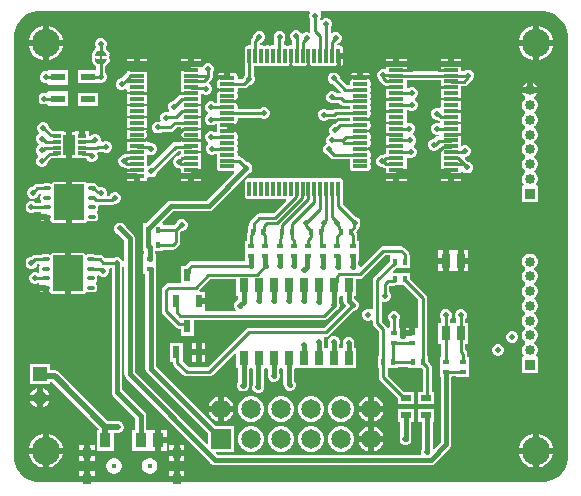
<source format=gtl>
G04*
G04 #@! TF.GenerationSoftware,Altium Limited,Altium Designer,24.6.1 (21)*
G04*
G04 Layer_Physical_Order=1*
G04 Layer_Color=255*
%FSLAX25Y25*%
%MOIN*%
G70*
G04*
G04 #@! TF.SameCoordinates,31F84527-45D4-4773-AF7A-2B1276F50D28*
G04*
G04*
G04 #@! TF.FilePolarity,Positive*
G04*
G01*
G75*
%ADD19R,0.04724X0.01181*%
%ADD20R,0.01378X0.02165*%
%ADD21R,0.02165X0.01378*%
G04:AMPARAMS|DCode=22|XSize=11.81mil|YSize=49.21mil|CornerRadius=1.95mil|HoleSize=0mil|Usage=FLASHONLY|Rotation=180.000|XOffset=0mil|YOffset=0mil|HoleType=Round|Shape=RoundedRectangle|*
%AMROUNDEDRECTD22*
21,1,0.01181,0.04532,0,0,180.0*
21,1,0.00791,0.04921,0,0,180.0*
1,1,0.00390,-0.00396,0.02266*
1,1,0.00390,0.00396,0.02266*
1,1,0.00390,0.00396,-0.02266*
1,1,0.00390,-0.00396,-0.02266*
%
%ADD22ROUNDEDRECTD22*%
G04:AMPARAMS|DCode=23|XSize=11.81mil|YSize=49.21mil|CornerRadius=1.95mil|HoleSize=0mil|Usage=FLASHONLY|Rotation=90.000|XOffset=0mil|YOffset=0mil|HoleType=Round|Shape=RoundedRectangle|*
%AMROUNDEDRECTD23*
21,1,0.01181,0.04532,0,0,90.0*
21,1,0.00791,0.04921,0,0,90.0*
1,1,0.00390,0.02266,0.00396*
1,1,0.00390,0.02266,-0.00396*
1,1,0.00390,-0.02266,-0.00396*
1,1,0.00390,-0.02266,0.00396*
%
%ADD23ROUNDEDRECTD23*%
%ADD24R,0.03543X0.02165*%
%ADD25R,0.02756X0.01181*%
%ADD26R,0.04724X0.02362*%
G04:AMPARAMS|DCode=27|XSize=11.81mil|YSize=23.62mil|CornerRadius=1.95mil|HoleSize=0mil|Usage=FLASHONLY|Rotation=90.000|XOffset=0mil|YOffset=0mil|HoleType=Round|Shape=RoundedRectangle|*
%AMROUNDEDRECTD27*
21,1,0.01181,0.01972,0,0,90.0*
21,1,0.00791,0.02362,0,0,90.0*
1,1,0.00390,0.00986,0.00396*
1,1,0.00390,0.00986,-0.00396*
1,1,0.00390,-0.00986,-0.00396*
1,1,0.00390,-0.00986,0.00396*
%
%ADD27ROUNDEDRECTD27*%
%ADD28R,0.02992X0.04921*%
%ADD29R,0.03543X0.04724*%
%ADD30R,0.03150X0.03543*%
%ADD31R,0.02362X0.04134*%
%ADD32R,0.03937X0.06693*%
%ADD53R,0.06500X0.06500*%
%ADD54C,0.06500*%
%ADD55C,0.00600*%
%ADD56C,0.00787*%
G04:AMPARAMS|DCode=57|XSize=118.11mil|YSize=102.36mil|CornerRadius=2.05mil|HoleSize=0mil|Usage=FLASHONLY|Rotation=90.000|XOffset=0mil|YOffset=0mil|HoleType=Round|Shape=RoundedRectangle|*
%AMROUNDEDRECTD57*
21,1,0.11811,0.09827,0,0,90.0*
21,1,0.11402,0.10236,0,0,90.0*
1,1,0.00409,0.04913,0.05701*
1,1,0.00409,0.04913,-0.05701*
1,1,0.00409,-0.04913,-0.05701*
1,1,0.00409,-0.04913,0.05701*
%
%ADD57ROUNDEDRECTD57*%
%ADD58C,0.01000*%
%ADD59C,0.01500*%
%ADD60C,0.00800*%
%ADD61C,0.02000*%
%ADD62R,0.03347X0.03347*%
%ADD63C,0.03347*%
%ADD64C,0.09449*%
%ADD65R,0.04724X0.04724*%
%ADD66C,0.04724*%
%ADD67C,0.01772*%
%ADD68C,0.01968*%
G36*
X232835Y224842D02*
X234407Y224191D01*
X235822Y223245D01*
X237025Y222042D01*
X237970Y220627D01*
X238621Y219055D01*
X238953Y217386D01*
Y216535D01*
X238953Y76772D01*
X238953Y75921D01*
X238621Y74252D01*
X237970Y72680D01*
X237025Y71265D01*
X235822Y70062D01*
X234407Y69116D01*
X232835Y68465D01*
X231166Y68133D01*
X111236D01*
Y68291D01*
X108661D01*
X106087D01*
Y68133D01*
X81315D01*
Y68291D01*
X78740D01*
X76165D01*
Y68133D01*
X62141D01*
X60472Y68465D01*
X58900Y69116D01*
X57486Y70062D01*
X56282Y71265D01*
X55337Y72680D01*
X54686Y74252D01*
X54354Y75921D01*
Y76772D01*
X54354Y216535D01*
Y217386D01*
X54686Y219055D01*
X55337Y220627D01*
X56282Y222042D01*
X57486Y223245D01*
X58900Y224191D01*
X60472Y224842D01*
X62141Y225174D01*
X62992Y225174D01*
X152817D01*
X153070Y224674D01*
X152839Y224115D01*
Y223326D01*
X153141Y222597D01*
X153195Y222542D01*
Y218636D01*
X153263Y218295D01*
X152836Y217930D01*
X152363Y218126D01*
X151574D01*
X150845Y217824D01*
X150709Y217688D01*
X150218Y217786D01*
X150107Y218053D01*
X149549Y218611D01*
X148820Y218913D01*
X148030D01*
X147301Y218611D01*
X146743Y218053D01*
X146441Y217324D01*
Y216534D01*
X146743Y215805D01*
X147093Y215456D01*
Y213854D01*
X147049Y213819D01*
X146258D01*
X145792Y213726D01*
X145669Y213644D01*
X145547Y213726D01*
X145081Y213819D01*
X144289D01*
X144246Y213854D01*
Y215062D01*
X144596Y215411D01*
X144898Y216141D01*
Y216930D01*
X144596Y217659D01*
X144037Y218218D01*
X143308Y218520D01*
X142519D01*
X141789Y218218D01*
X141231Y217659D01*
X140929Y216930D01*
Y216141D01*
X141187Y215518D01*
Y213854D01*
X141144Y213819D01*
X140352D01*
X139886Y213726D01*
X139764Y213644D01*
X139641Y213726D01*
X139175Y213819D01*
X138384D01*
X137918Y213726D01*
X137795Y213644D01*
X137673Y213726D01*
X137207Y213819D01*
X136415D01*
X136372Y213854D01*
Y214524D01*
X136399Y214551D01*
X136615D01*
X137345Y214853D01*
X137903Y215411D01*
X138205Y216141D01*
Y216930D01*
X137903Y217659D01*
X137345Y218218D01*
X136615Y218520D01*
X135826D01*
X135097Y218218D01*
X134538Y217659D01*
X134236Y216930D01*
Y216714D01*
X133761Y216239D01*
X133430Y215743D01*
X133313Y215158D01*
Y213854D01*
X133270Y213819D01*
X132478D01*
X132012Y213726D01*
X131617Y213462D01*
X131353Y213067D01*
X131260Y212600D01*
Y208069D01*
X131345Y207644D01*
Y203836D01*
X131192Y203683D01*
X130922Y203032D01*
X130404Y202514D01*
X129012D01*
X128976Y202557D01*
Y203348D01*
X128883Y203815D01*
X128619Y204210D01*
X128224Y204474D01*
X127758Y204567D01*
X126492D01*
Y202953D01*
X125492D01*
Y202598D01*
X123226D01*
X122760Y202506D01*
X122365Y202241D01*
X122183Y201969D01*
X122183Y201969D01*
X122101Y201846D01*
X122008Y201380D01*
Y200589D01*
X122101Y200122D01*
X122183Y200000D01*
X122183Y200000D01*
X122365Y199727D01*
X122760Y199463D01*
X123226Y199370D01*
X125492D01*
Y198661D01*
X123226D01*
X122760Y198569D01*
X122365Y198304D01*
X122183Y198032D01*
X122183Y198031D01*
X122101Y197909D01*
X122008Y197443D01*
Y196652D01*
X122101Y196185D01*
X122183Y196063D01*
X122101Y195941D01*
X122008Y195474D01*
Y194683D01*
X121972Y194640D01*
X121355D01*
X121203Y194792D01*
X120473Y195095D01*
X119684D01*
X118955Y194792D01*
X118397Y194234D01*
X118095Y193505D01*
Y192716D01*
X118397Y191986D01*
X118955Y191428D01*
X119062Y191384D01*
Y190842D01*
X118856Y190757D01*
X118298Y190199D01*
X117996Y189470D01*
Y188680D01*
X118298Y187951D01*
X118856Y187393D01*
X119586Y187091D01*
X120375D01*
X121104Y187393D01*
X121306Y187595D01*
X122008D01*
Y186809D01*
X122101Y186343D01*
X122183Y186221D01*
X122101Y186098D01*
X122008Y185632D01*
Y184841D01*
X121972Y184797D01*
X121355D01*
X121203Y184950D01*
X120473Y185252D01*
X119684D01*
X118955Y184950D01*
X118397Y184392D01*
X118095Y183662D01*
Y182873D01*
X118397Y182144D01*
X118955Y181586D01*
X119110Y181521D01*
X119164Y181364D01*
X119178Y180952D01*
X118716Y180490D01*
X118413Y179760D01*
Y178971D01*
X118716Y178242D01*
X119274Y177683D01*
X120003Y177381D01*
X120792D01*
X121522Y177683D01*
X122008Y177463D01*
Y176967D01*
X122101Y176500D01*
X122183Y176378D01*
X122101Y176256D01*
X122008Y175789D01*
Y174998D01*
X122101Y174532D01*
X122183Y174409D01*
X122101Y174287D01*
X122008Y173821D01*
Y173029D01*
X122101Y172563D01*
X122365Y172168D01*
X122760Y171904D01*
X123226Y171811D01*
X127636D01*
X127815Y171516D01*
X127853Y171321D01*
X118552Y162021D01*
X106687D01*
X106004Y161885D01*
X105425Y161498D01*
X99189Y155262D01*
X99169Y155232D01*
X98382Y154445D01*
X97405D01*
Y153113D01*
X97310Y152634D01*
Y146972D01*
X97405Y146493D01*
Y145161D01*
X97822D01*
Y144327D01*
X97524D01*
Y141441D01*
X97524Y140949D01*
X97524D01*
Y140941D01*
X97524D01*
Y137563D01*
X98216D01*
Y106024D01*
X98352Y105341D01*
X98738Y104762D01*
X119175Y84325D01*
Y81050D01*
X118713Y80859D01*
X94698Y104875D01*
Y149606D01*
X94562Y150289D01*
X94175Y150868D01*
X91646Y153397D01*
X91446Y153880D01*
X90888Y154438D01*
X90158Y154740D01*
X89369D01*
X88640Y154438D01*
X88082Y153880D01*
X87779Y153151D01*
Y152361D01*
X88082Y151632D01*
X88640Y151074D01*
X89123Y150874D01*
X91129Y148867D01*
Y142059D01*
X90629Y141960D01*
X90462Y142364D01*
X89903Y142922D01*
X89174Y143224D01*
X88385D01*
X87656Y142922D01*
X87503Y142770D01*
X84839D01*
X84007Y143601D01*
X83511Y143933D01*
X82926Y144049D01*
X81333D01*
X80907Y144134D01*
X78935D01*
X78469Y144041D01*
X78448Y144027D01*
X78223Y144365D01*
X77824Y144631D01*
X77354Y144724D01*
X73441D01*
Y137795D01*
Y130866D01*
X77354D01*
X77824Y130960D01*
X78223Y131226D01*
X78448Y131563D01*
X78469Y131550D01*
X78935Y131457D01*
X80907D01*
X81374Y131550D01*
X81769Y131814D01*
X82033Y132209D01*
X82126Y132675D01*
Y133466D01*
X82033Y133933D01*
X81769Y134328D01*
X81744Y134345D01*
Y134946D01*
X81769Y134963D01*
X82033Y135359D01*
X82126Y135825D01*
Y136616D01*
X82053Y136982D01*
X82241Y137327D01*
X82370Y137479D01*
X82494Y137478D01*
X82521Y137410D01*
X83080Y136852D01*
X83809Y136550D01*
X84598D01*
X85328Y136852D01*
X85886Y137410D01*
X86188Y138140D01*
Y138929D01*
X86071Y139211D01*
X86405Y139711D01*
X86995D01*
Y98228D01*
X87131Y97545D01*
X87518Y96967D01*
X94869Y89615D01*
Y85449D01*
X93882D01*
Y78724D01*
X99287D01*
X99425Y78724D01*
X99787D01*
X99925Y78724D01*
X101559D01*
Y82087D01*
Y85449D01*
X99925D01*
X99787Y85449D01*
X99425D01*
X99287Y85449D01*
X98438D01*
Y90354D01*
X98438Y90354D01*
X98302Y91037D01*
X97915Y91616D01*
X97915Y91616D01*
X90564Y98967D01*
Y140024D01*
X90629Y140082D01*
X91129Y139857D01*
Y104135D01*
X91265Y103453D01*
X91652Y102874D01*
X120196Y74329D01*
X120775Y73942D01*
X121458Y73806D01*
X193237D01*
X193920Y73942D01*
X194499Y74329D01*
X199687Y79517D01*
X199687Y79517D01*
X200074Y80096D01*
X200209Y80779D01*
Y103311D01*
X200508D01*
Y103471D01*
X201854D01*
Y103311D01*
X206020D01*
Y106197D01*
X206020Y106689D01*
X206020Y107189D01*
Y110075D01*
X205466D01*
Y111024D01*
X205350Y111609D01*
X205018Y112105D01*
X204817Y112307D01*
Y114354D01*
X205784D01*
Y121276D01*
X204817D01*
Y122463D01*
X205029Y122675D01*
X205331Y123405D01*
Y124194D01*
X205029Y124923D01*
X204470Y125481D01*
X203741Y125783D01*
X202952D01*
X202222Y125481D01*
X201664Y124923D01*
X201362Y124194D01*
Y123405D01*
X201664Y122675D01*
X201758Y122582D01*
Y121629D01*
X201404Y121276D01*
X200791Y121276D01*
X200170Y121276D01*
X199817Y121629D01*
Y122503D01*
X199970Y122655D01*
X200272Y123385D01*
Y124174D01*
X199970Y124904D01*
X199411Y125462D01*
X198682Y125764D01*
X197893D01*
X197163Y125462D01*
X196605Y124904D01*
X196303Y124174D01*
Y123385D01*
X196605Y122655D01*
X196758Y122503D01*
Y121276D01*
X195791D01*
Y114354D01*
X196827D01*
Y110075D01*
X196343D01*
Y106697D01*
X196343Y106697D01*
Y106689D01*
X196343D01*
X196343Y106197D01*
Y103311D01*
X196641D01*
Y81518D01*
X194410Y79287D01*
X193910Y79494D01*
Y88350D01*
X194504D01*
Y92516D01*
X188961D01*
Y88350D01*
X190342D01*
Y79224D01*
X190142Y78741D01*
Y77952D01*
X190208Y77791D01*
X189931Y77375D01*
X122197D01*
X121686Y77886D01*
X121877Y78348D01*
X127675D01*
Y86848D01*
X121699D01*
X101784Y106763D01*
Y138858D01*
X101784Y138858D01*
X101723Y139165D01*
Y139191D01*
X101723Y139191D01*
X101689Y139363D01*
Y140449D01*
X101689Y140941D01*
X101689D01*
Y140949D01*
X101689D01*
Y144327D01*
X101391D01*
Y145161D01*
X104169D01*
Y145715D01*
X107389D01*
X107974Y145831D01*
X108470Y146163D01*
X109349Y147041D01*
X109681Y147538D01*
X109797Y148123D01*
Y151558D01*
X110176Y151938D01*
X110654D01*
X111384Y152240D01*
X111942Y152798D01*
X112244Y153527D01*
Y154317D01*
X111942Y155046D01*
X111384Y155604D01*
X110654Y155906D01*
X109865D01*
X109136Y155604D01*
X108578Y155046D01*
X108308Y154395D01*
X107805Y153892D01*
X104169D01*
Y154445D01*
X104072D01*
X103881Y154907D01*
X107426Y158452D01*
X119291D01*
X119974Y158588D01*
X120553Y158975D01*
X132531Y170952D01*
X133014Y171152D01*
X133572Y171711D01*
X133874Y172440D01*
Y173229D01*
X133572Y173959D01*
X133014Y174517D01*
X132284Y174819D01*
X132068D01*
X130503Y176385D01*
X130007Y176716D01*
X129458Y176825D01*
X128976Y176967D01*
Y177758D01*
X128883Y178224D01*
X128802Y178347D01*
X128883Y178469D01*
X128976Y178935D01*
Y179726D01*
X128883Y180193D01*
X128802Y180315D01*
X128883Y180437D01*
X128976Y180903D01*
Y181695D01*
X128883Y182161D01*
X128802Y182283D01*
X128883Y182406D01*
X128976Y182872D01*
Y183663D01*
X128883Y184130D01*
X128802Y184252D01*
X128802Y184252D01*
X128620Y184525D01*
X128224Y184789D01*
X127758Y184882D01*
X125492D01*
Y186205D01*
X125492D01*
Y187559D01*
X127758D01*
X128224Y187652D01*
X128620Y187916D01*
X128802Y188189D01*
X128802Y188189D01*
X128883Y188311D01*
X128976Y188778D01*
Y189569D01*
X129052Y189662D01*
X136469D01*
X136573Y189558D01*
X137302Y189256D01*
X138092D01*
X138821Y189558D01*
X139379Y190116D01*
X139681Y190846D01*
Y191635D01*
X139379Y192364D01*
X138821Y192922D01*
X138092Y193224D01*
X137302D01*
X136573Y192922D01*
X136371Y192720D01*
X128976D01*
Y193506D01*
X128883Y193972D01*
X128802Y194095D01*
X128802Y194095D01*
X128620Y194368D01*
X128224Y194632D01*
X127758Y194724D01*
X125492D01*
Y195433D01*
X127758D01*
X128224Y195526D01*
X128620Y195790D01*
X128802Y196063D01*
X128802Y196063D01*
X128883Y196185D01*
X128976Y196652D01*
Y197443D01*
X128883Y197909D01*
X128802Y198031D01*
X128883Y198154D01*
X128976Y198620D01*
Y199411D01*
X129012Y199455D01*
X131037D01*
X131622Y199571D01*
X132119Y199903D01*
X132791Y200575D01*
X133269D01*
X133998Y200877D01*
X134556Y201435D01*
X134858Y202164D01*
Y202954D01*
X134556Y203683D01*
X134403Y203836D01*
Y206815D01*
X134447Y206851D01*
X135238D01*
X135704Y206943D01*
X135827Y207025D01*
X135949Y206943D01*
X136415Y206851D01*
X137207D01*
X137673Y206943D01*
X137795Y207025D01*
X137918Y206943D01*
X138384Y206851D01*
X139175D01*
X139641Y206943D01*
X139764Y207025D01*
X139886Y206943D01*
X140352Y206851D01*
X141144D01*
X141610Y206943D01*
X141732Y207025D01*
X141855Y206943D01*
X142321Y206851D01*
X143112D01*
X143578Y206943D01*
X143701Y207025D01*
X143823Y206943D01*
X144289Y206851D01*
X145081D01*
X145547Y206943D01*
X145669Y207025D01*
X145669Y207025D01*
X145942Y207207D01*
X146206Y207603D01*
X146299Y208069D01*
Y210335D01*
X147008D01*
Y208069D01*
X147101Y207603D01*
X147365Y207207D01*
X147638Y207025D01*
X147638Y207025D01*
X147760Y206943D01*
X148226Y206851D01*
X149018D01*
X149484Y206943D01*
X149606Y207025D01*
X149729Y206943D01*
X150195Y206851D01*
X150986D01*
X151452Y206943D01*
X151575Y207025D01*
X151575Y207025D01*
X151848Y207207D01*
X152112Y207603D01*
X152205Y208069D01*
Y210335D01*
X152913D01*
Y208069D01*
X153006Y207603D01*
X153270Y207207D01*
X153543Y207025D01*
X153543Y207025D01*
X153666Y206943D01*
X154132Y206851D01*
X154923D01*
X155389Y206943D01*
X155512Y207025D01*
X155634Y206943D01*
X156100Y206851D01*
X156892D01*
X157358Y206943D01*
X157480Y207025D01*
X157603Y206943D01*
X158069Y206851D01*
X158860D01*
X159327Y206943D01*
X159449Y207025D01*
X159571Y206943D01*
X160037Y206851D01*
X160829D01*
X161295Y206943D01*
X161417Y207025D01*
X161417Y207025D01*
X161690Y207207D01*
X161954Y207603D01*
X162047Y208069D01*
Y210335D01*
X162402D01*
Y211335D01*
X164015D01*
Y212600D01*
X163923Y213067D01*
X163659Y213462D01*
X163263Y213726D01*
X162797Y213819D01*
X162260D01*
X162160Y214319D01*
X162738Y214558D01*
X163296Y215116D01*
X163598Y215845D01*
Y216635D01*
X163296Y217364D01*
X162738Y217922D01*
X162009Y218224D01*
X161220D01*
X160490Y217922D01*
X160456Y217888D01*
X159994Y218079D01*
Y219589D01*
X160147Y219742D01*
X160449Y220472D01*
Y221261D01*
X160147Y221990D01*
X159589Y222548D01*
X158859Y222850D01*
X158070D01*
X157341Y222548D01*
X156996Y222203D01*
X156443Y222358D01*
X156408Y222500D01*
X156505Y222597D01*
X156807Y223326D01*
Y224115D01*
X156576Y224674D01*
X156829Y225174D01*
X231166D01*
X232835Y224842D01*
D02*
G37*
%LPC*%
G36*
X229346Y220225D02*
Y215567D01*
X234005D01*
X233681Y216776D01*
X232927Y218082D01*
X231861Y219148D01*
X230556Y219901D01*
X229346Y220225D01*
D02*
G37*
G36*
X227346D02*
X226137Y219901D01*
X224832Y219148D01*
X223766Y218082D01*
X223012Y216776D01*
X222688Y215567D01*
X227346D01*
Y220225D01*
D02*
G37*
G36*
X65961D02*
Y215567D01*
X70619D01*
X70295Y216776D01*
X69541Y218082D01*
X68476Y219148D01*
X67170Y219901D01*
X65961Y220225D01*
D02*
G37*
G36*
X63961D02*
X62751Y219901D01*
X61446Y219148D01*
X60380Y218082D01*
X59626Y216776D01*
X59302Y215567D01*
X63961D01*
Y220225D01*
D02*
G37*
G36*
X234005Y213567D02*
X229346D01*
Y208909D01*
X230556Y209233D01*
X231861Y209986D01*
X232927Y211052D01*
X233681Y212357D01*
X234005Y213567D01*
D02*
G37*
G36*
X227346D02*
X222688D01*
X223012Y212357D01*
X223766Y211052D01*
X224832Y209986D01*
X226137Y209233D01*
X227346Y208909D01*
Y213567D01*
D02*
G37*
G36*
X70619D02*
X65961D01*
Y208909D01*
X67170Y209233D01*
X68476Y209986D01*
X69541Y211052D01*
X70295Y212357D01*
X70619Y213567D01*
D02*
G37*
G36*
X63961D02*
X59302D01*
X59626Y212357D01*
X60380Y211052D01*
X61446Y209986D01*
X62751Y209233D01*
X63961Y208909D01*
Y213567D01*
D02*
G37*
G36*
X203362Y209268D02*
X201000D01*
Y208677D01*
X203362D01*
Y209268D01*
D02*
G37*
G36*
X199000D02*
X196638D01*
Y208677D01*
X199000D01*
Y209268D01*
D02*
G37*
G36*
X185252D02*
X182890D01*
Y208677D01*
X185252D01*
Y209268D01*
D02*
G37*
G36*
X180890D02*
X178528D01*
Y208677D01*
X180890D01*
Y209268D01*
D02*
G37*
G36*
X116748D02*
X114386D01*
Y208677D01*
X116748D01*
Y209268D01*
D02*
G37*
G36*
X98638D02*
X96276D01*
Y208677D01*
X98638D01*
Y209268D01*
D02*
G37*
G36*
X112386D02*
X110024D01*
Y208677D01*
X112386D01*
Y209268D01*
D02*
G37*
G36*
X94276D02*
X91913D01*
Y208677D01*
X94276D01*
Y209268D01*
D02*
G37*
G36*
X164015Y209335D02*
X163402D01*
Y207036D01*
X163659Y207207D01*
X163923Y207603D01*
X164015Y208069D01*
Y209335D01*
D02*
G37*
G36*
X119489Y207890D02*
X118700D01*
X117971Y207588D01*
X117412Y207030D01*
X117248Y206633D01*
X117025Y206677D01*
X113386D01*
D01*
Y205331D01*
X110024D01*
Y202150D01*
Y198212D01*
X113329D01*
X113386Y198201D01*
Y197457D01*
X110024D01*
Y197261D01*
X109659Y197189D01*
X109163Y196857D01*
X107597Y195291D01*
X107381D01*
X106652Y194989D01*
X106093Y194431D01*
X105791Y193702D01*
Y192912D01*
X106090Y192192D01*
X106093Y192182D01*
X105961Y191609D01*
X105727Y191520D01*
X105414Y191650D01*
X104625D01*
X103896Y191348D01*
X103338Y190789D01*
X103035Y190060D01*
Y189271D01*
X103237Y188785D01*
X102855Y188402D01*
X102066D01*
X101337Y188100D01*
X100778Y187541D01*
X100476Y186812D01*
Y186023D01*
X100778Y185293D01*
X101337Y184735D01*
X102066Y184433D01*
X102855D01*
X103585Y184735D01*
X103737Y184888D01*
X106381D01*
X106966Y185004D01*
X107463Y185336D01*
X108589Y186463D01*
X110024D01*
Y181557D01*
X108276D01*
X107690Y181440D01*
X107194Y181109D01*
X99821Y173736D01*
X99605D01*
X99138Y173543D01*
X98638Y173849D01*
Y177368D01*
X99138Y177577D01*
X99771Y177315D01*
X100560D01*
X101289Y177617D01*
X101848Y178175D01*
X102150Y178905D01*
Y179694D01*
X101848Y180423D01*
X101289Y180982D01*
X100560Y181284D01*
X99995D01*
X99761Y181440D01*
X99175Y181557D01*
X98638D01*
Y185646D01*
X95276D01*
X91913D01*
Y182465D01*
Y182464D01*
X95276D01*
Y181709D01*
X91913D01*
Y177799D01*
X91336Y177685D01*
X90840Y177353D01*
X90766Y177279D01*
X90550D01*
X89821Y176977D01*
X89263Y176419D01*
X88961Y175690D01*
Y174901D01*
X89263Y174171D01*
X89821Y173613D01*
X90550Y173311D01*
X90766D01*
X90887Y173190D01*
X91383Y172859D01*
X91913Y172753D01*
Y171276D01*
X95276D01*
Y170276D01*
X96276D01*
Y168685D01*
X98638D01*
Y169655D01*
X99138Y169961D01*
X99605Y169768D01*
X100395D01*
X101124Y170070D01*
X101682Y170628D01*
X101984Y171357D01*
Y171573D01*
X108909Y178498D01*
X110024D01*
Y177535D01*
X109938Y177518D01*
X109442Y177186D01*
X109142Y176886D01*
X108857D01*
X108128Y176584D01*
X107570Y176026D01*
X107268Y175296D01*
Y174507D01*
X107570Y173778D01*
X108128Y173219D01*
X108857Y172917D01*
X109442D01*
X109618Y172800D01*
X110024Y172719D01*
Y171276D01*
X113386D01*
D01*
Y172622D01*
X116748D01*
Y172622D01*
Y176559D01*
Y177772D01*
X113386D01*
Y178516D01*
X113443Y178527D01*
X116748D01*
Y180496D01*
Y181709D01*
X113386D01*
Y182464D01*
X116748D01*
Y184433D01*
Y185646D01*
X113386D01*
Y186401D01*
X116748D01*
Y188370D01*
Y189583D01*
X113386D01*
Y190327D01*
X113443Y190338D01*
X116748D01*
Y192307D01*
Y193520D01*
X113386D01*
Y194264D01*
X113443Y194275D01*
X116748D01*
Y197411D01*
X117248Y197602D01*
X117912Y197327D01*
X118702D01*
X119431Y197629D01*
X119989Y198187D01*
X120291Y198916D01*
Y199706D01*
X119989Y200435D01*
X119431Y200993D01*
X119360Y201351D01*
X120176Y202167D01*
X120508Y202663D01*
X120624Y203248D01*
Y204629D01*
X120777Y204782D01*
X121079Y205511D01*
Y206300D01*
X120777Y207030D01*
X120219Y207588D01*
X119489Y207890D01*
D02*
G37*
G36*
X203362Y206677D02*
X196638D01*
Y205270D01*
X185252D01*
Y206677D01*
X178528D01*
Y206143D01*
X178420Y206027D01*
X178027Y205809D01*
X177757Y205921D01*
X176968D01*
X176238Y205619D01*
X175680Y205061D01*
X175378Y204332D01*
Y203542D01*
X175680Y202813D01*
X176091Y202402D01*
X176135Y202182D01*
X176466Y201686D01*
X177371Y200781D01*
X177867Y200449D01*
X178453Y200333D01*
X178528D01*
Y198213D01*
Y196244D01*
X181890D01*
Y195488D01*
X178528D01*
Y194276D01*
Y192307D01*
X181890D01*
Y191551D01*
X178528D01*
Y190339D01*
Y188370D01*
X181890D01*
Y187614D01*
X178528D01*
Y186402D01*
Y184433D01*
X181890D01*
Y183677D01*
X178528D01*
Y182465D01*
Y180496D01*
X181890D01*
Y179740D01*
X178528D01*
Y177620D01*
X178321D01*
X177736Y177504D01*
X177253Y177181D01*
X176771D01*
X176041Y176879D01*
X175483Y176321D01*
X175181Y175592D01*
Y174802D01*
X175483Y174073D01*
X176041Y173515D01*
X176771Y173213D01*
X177253D01*
X177736Y172890D01*
X178321Y172774D01*
X178528D01*
Y171276D01*
X181890D01*
Y172622D01*
X185252D01*
Y172622D01*
Y176107D01*
X185329Y176189D01*
X185752Y176400D01*
X186318Y176165D01*
X187107D01*
X187837Y176468D01*
X188395Y177026D01*
X188697Y177755D01*
Y178544D01*
X188395Y179274D01*
X187837Y179832D01*
X187700Y179888D01*
X187664Y180198D01*
X187675Y180440D01*
X188198Y180963D01*
X188500Y181692D01*
Y182481D01*
X188198Y183211D01*
X187640Y183769D01*
X187454Y183846D01*
X187406Y184063D01*
X187409Y184406D01*
X187903Y184900D01*
X188205Y185629D01*
Y186418D01*
X187903Y187148D01*
X187345Y187706D01*
X186615Y188008D01*
X185826D01*
X185668Y187942D01*
X185252Y188220D01*
Y192318D01*
X185752Y192347D01*
X185884Y192216D01*
X186613Y191913D01*
X187403D01*
X188132Y192216D01*
X188690Y192774D01*
X188992Y193503D01*
Y194292D01*
X188690Y195022D01*
X188132Y195580D01*
X188044Y195616D01*
Y196116D01*
X188132Y196152D01*
X188690Y196711D01*
X188992Y197440D01*
Y198229D01*
X188690Y198959D01*
X188132Y199517D01*
X187403Y199819D01*
X186613D01*
X185884Y199517D01*
X185752Y199385D01*
X185252Y199414D01*
Y202211D01*
X196638D01*
Y200181D01*
X199943D01*
X200000Y200169D01*
Y199425D01*
X196638D01*
Y198213D01*
Y196244D01*
X203362D01*
Y196244D01*
Y200152D01*
X204330D01*
X204915Y200268D01*
X205411Y200600D01*
X206605Y201793D01*
X206762Y202029D01*
X206833Y202058D01*
X207391Y202616D01*
X207693Y203345D01*
Y204135D01*
X207391Y204864D01*
X206833Y205422D01*
X206103Y205724D01*
X205314D01*
X204585Y205422D01*
X204432Y205270D01*
X203362D01*
Y206087D01*
Y206677D01*
D02*
G37*
G36*
X124492Y204567D02*
X123226D01*
X122760Y204474D01*
X122365Y204210D01*
X122193Y203953D01*
X124492D01*
Y204567D01*
D02*
G37*
G36*
X172049D02*
X170783D01*
Y203953D01*
X173082D01*
X172911Y204210D01*
X172515Y204474D01*
X172049Y204567D01*
D02*
G37*
G36*
X168783D02*
X167518D01*
X167051Y204474D01*
X166656Y204210D01*
X166484Y203953D01*
X168783D01*
Y204567D01*
D02*
G37*
G36*
X83662Y216256D02*
X82873D01*
X82144Y215954D01*
X81586Y215396D01*
X81283Y214666D01*
Y213877D01*
X81586Y213148D01*
X81537Y212578D01*
X81092Y212237D01*
X80678Y211697D01*
X80603Y211600D01*
X80603Y211599D01*
X80459Y211276D01*
X80459Y211276D01*
X80296Y210858D01*
X80292Y210826D01*
X80300Y210823D01*
X80308Y210810D01*
X80306Y210792D01*
X80306Y210792D01*
X80286Y210691D01*
X80247Y210497D01*
X80262Y210422D01*
X80261Y210415D01*
X80269Y210387D01*
X80348Y209990D01*
X80478Y209795D01*
X80348Y209600D01*
X80247Y209092D01*
X80312Y208769D01*
X80292Y208764D01*
X80296Y208731D01*
X80603Y207989D01*
X81092Y207352D01*
X81730Y206863D01*
X81738Y206860D01*
Y205528D01*
X75575D01*
Y201165D01*
X82299D01*
Y201165D01*
X82701Y201434D01*
X82873Y201362D01*
X83662D01*
X84392Y201664D01*
X84950Y202222D01*
X85252Y202952D01*
Y203741D01*
X84950Y204470D01*
X84797Y204623D01*
Y206860D01*
X84806Y206863D01*
X85443Y207352D01*
X85858Y207892D01*
X85932Y207989D01*
X85932Y207990D01*
X86076Y208313D01*
X86076Y208314D01*
X86239Y208731D01*
X86243Y208764D01*
X86235Y208766D01*
X86227Y208780D01*
X86229Y208797D01*
X86229Y208797D01*
X86250Y208898D01*
X86288Y209092D01*
X86273Y209167D01*
X86274Y209174D01*
X86266Y209202D01*
X86187Y209600D01*
X86057Y209795D01*
X86187Y209990D01*
X86288Y210497D01*
X86224Y210821D01*
X86243Y210826D01*
X86239Y210858D01*
X85932Y211600D01*
X85443Y212237D01*
X84998Y212578D01*
X84950Y213148D01*
X85252Y213877D01*
Y214666D01*
X84950Y215396D01*
X84392Y215954D01*
X83662Y216256D01*
D02*
G37*
G36*
X72457Y205528D02*
X65732D01*
Y205386D01*
X65355Y205134D01*
X64566D01*
X63837Y204832D01*
X63279Y204274D01*
X62976Y203544D01*
Y202755D01*
X63279Y202026D01*
X63837Y201467D01*
X64566Y201165D01*
X65355D01*
X65732Y200780D01*
Y200606D01*
X72457D01*
Y201165D01*
Y205528D01*
D02*
G37*
G36*
X227378Y201319D02*
Y199819D01*
X228877D01*
X228869Y199851D01*
X228517Y200460D01*
X228019Y200958D01*
X227410Y201310D01*
X227378Y201319D01*
D02*
G37*
G36*
X225378D02*
X225346Y201310D01*
X224736Y200958D01*
X224239Y200460D01*
X223887Y199851D01*
X223878Y199819D01*
X225378D01*
Y201319D01*
D02*
G37*
G36*
X98638Y205331D02*
X95276D01*
X91913D01*
Y204509D01*
X90176Y202772D01*
X89960D01*
X89230Y202470D01*
X88672Y201911D01*
X88370Y201182D01*
Y200393D01*
X88672Y199663D01*
X89230Y199105D01*
X89960Y198803D01*
X90749D01*
X91413Y199078D01*
X91913Y198887D01*
Y198212D01*
X95276D01*
X98638D01*
Y198213D01*
Y202150D01*
Y205331D01*
D02*
G37*
G36*
X72457Y198606D02*
X65732D01*
Y198272D01*
X65232Y197938D01*
X64956Y198052D01*
X64167D01*
X63438Y197750D01*
X62880Y197192D01*
X62577Y196463D01*
Y195674D01*
X62880Y194944D01*
X63438Y194386D01*
X64167Y194084D01*
X64956D01*
X65232Y194198D01*
X65732Y193864D01*
Y193685D01*
X72457D01*
Y197425D01*
Y198606D01*
D02*
G37*
G36*
X161418Y204740D02*
X160629D01*
X159900Y204438D01*
X159342Y203880D01*
X159039Y203151D01*
Y202361D01*
X159342Y201632D01*
X159900Y201074D01*
X160629Y200772D01*
X160845D01*
X163327Y198289D01*
X163109Y197801D01*
X161970D01*
X161632Y198139D01*
X160903Y198441D01*
X160113D01*
X159384Y198139D01*
X158826Y197581D01*
X158524Y196851D01*
Y196062D01*
X158826Y195333D01*
X159384Y194774D01*
X160113Y194472D01*
X160903D01*
X161553Y194742D01*
X162666D01*
X163411Y193997D01*
X163907Y193666D01*
X164492Y193549D01*
X166264D01*
X166299Y193506D01*
Y192715D01*
X166264Y192671D01*
X161732D01*
X161146Y192555D01*
X160650Y192223D01*
X160598Y192171D01*
X159004D01*
X158871Y192304D01*
X158142Y192606D01*
X157353D01*
X156623Y192304D01*
X156065Y191745D01*
X155763Y191016D01*
Y190227D01*
X156065Y189497D01*
X156623Y188939D01*
X157353Y188637D01*
X158142D01*
X158871Y188939D01*
X159045Y189112D01*
X161232D01*
X161817Y189229D01*
X162313Y189560D01*
X162365Y189612D01*
X166264D01*
X166299Y189569D01*
Y188778D01*
X166264Y188734D01*
X163189D01*
X162604Y188618D01*
X162108Y188286D01*
X161239Y187417D01*
X161023D01*
X160293Y187115D01*
X159735Y186557D01*
X159433Y185828D01*
Y185038D01*
X159735Y184309D01*
X159650Y183879D01*
X159384Y183769D01*
X158826Y183211D01*
X158524Y182481D01*
Y181692D01*
X158814Y180992D01*
X158337Y180794D01*
X157779Y180236D01*
X157476Y179507D01*
Y178718D01*
X157779Y177988D01*
X158337Y177430D01*
X159066Y177128D01*
X159184D01*
X160031Y176281D01*
X160528Y175949D01*
X161113Y175833D01*
X166264D01*
X166299Y175789D01*
Y174998D01*
X166392Y174532D01*
X166474Y174409D01*
X166392Y174287D01*
X166299Y173821D01*
Y173029D01*
X166392Y172563D01*
X166656Y172168D01*
X167051Y171904D01*
X167518Y171811D01*
X172049D01*
X172515Y171904D01*
X172911Y172168D01*
X173175Y172563D01*
X173267Y173029D01*
Y173821D01*
X173175Y174287D01*
X173093Y174409D01*
X173175Y174532D01*
X173267Y174998D01*
Y175789D01*
X173175Y176256D01*
X173093Y176378D01*
X173175Y176500D01*
X173267Y176967D01*
Y177758D01*
X173175Y178224D01*
X173093Y178347D01*
X173093Y178347D01*
X172911Y178620D01*
X172515Y178884D01*
X172049Y178976D01*
X169783D01*
Y179685D01*
X172049D01*
X172515Y179778D01*
X172911Y180042D01*
X173093Y180315D01*
X173093Y180315D01*
X173175Y180437D01*
X173267Y180903D01*
Y181695D01*
X173175Y182161D01*
X173093Y182283D01*
X173175Y182406D01*
X173267Y182872D01*
Y183663D01*
X173175Y184130D01*
X173093Y184252D01*
X173093Y184252D01*
X172911Y184525D01*
X172515Y184789D01*
X172049Y184882D01*
X169783D01*
Y185591D01*
X172049D01*
X172515Y185683D01*
X172911Y185948D01*
X173093Y186220D01*
X173093Y186221D01*
X173175Y186343D01*
X173267Y186809D01*
Y187600D01*
X173175Y188067D01*
X173093Y188189D01*
X173093Y188189D01*
X172911Y188462D01*
X172515Y188726D01*
X172049Y188819D01*
X169783D01*
Y189528D01*
X172049D01*
X172515Y189620D01*
X172911Y189884D01*
X173093Y190157D01*
X173093Y190157D01*
X173175Y190280D01*
X173267Y190746D01*
Y191537D01*
X173175Y192004D01*
X173093Y192126D01*
X173175Y192248D01*
X173267Y192715D01*
Y193506D01*
X173175Y193972D01*
X173093Y194095D01*
X173175Y194217D01*
X173267Y194683D01*
Y195474D01*
X173175Y195941D01*
X173093Y196063D01*
X173175Y196185D01*
X173267Y196652D01*
Y197443D01*
X173175Y197909D01*
X173093Y198031D01*
X173175Y198154D01*
X173267Y198620D01*
Y199411D01*
X173175Y199878D01*
X173093Y200000D01*
X173175Y200122D01*
X173267Y200589D01*
Y201380D01*
X173175Y201846D01*
X173093Y201969D01*
X173093Y201969D01*
X172911Y202241D01*
X172515Y202506D01*
X172049Y202598D01*
X169783D01*
X167518D01*
X167051Y202506D01*
X166656Y202241D01*
X166474Y201969D01*
X166474Y201969D01*
X166392Y201846D01*
X166299Y201380D01*
Y200589D01*
X166264Y200545D01*
X165397D01*
X163008Y202935D01*
Y203151D01*
X162706Y203880D01*
X162148Y204438D01*
X161418Y204740D01*
D02*
G37*
G36*
X98638Y197457D02*
X95276D01*
X91913D01*
Y194276D01*
Y194275D01*
X95276D01*
X98638D01*
Y194276D01*
Y197457D01*
D02*
G37*
G36*
X82299Y198047D02*
X75575D01*
Y193685D01*
X82299D01*
Y198047D01*
D02*
G37*
G36*
X203362Y195488D02*
X196638D01*
Y193198D01*
X196138Y192864D01*
X195867Y192976D01*
X195078D01*
X194349Y192674D01*
X193790Y192116D01*
X193488Y191387D01*
Y190597D01*
X193790Y189868D01*
X194349Y189310D01*
X195078Y189008D01*
X195556D01*
X195594Y188970D01*
X196090Y188638D01*
X196337Y188589D01*
X196406Y188240D01*
X195978Y187921D01*
X195769Y188008D01*
X194979D01*
X194250Y187706D01*
X193692Y187148D01*
X193390Y186418D01*
Y185629D01*
X193692Y184900D01*
X194250Y184342D01*
X194979Y184039D01*
X195769D01*
X195884Y184087D01*
X196293Y183715D01*
X196236Y183526D01*
X195962D01*
X195377Y183409D01*
X194880Y183078D01*
X194445Y182642D01*
X193967D01*
X193238Y182340D01*
X192679Y181782D01*
X192377Y181053D01*
Y180263D01*
X192679Y179534D01*
X193238Y178976D01*
X193967Y178674D01*
X194756D01*
X195486Y178976D01*
X196044Y179534D01*
X196138Y179761D01*
X196638Y179662D01*
Y176559D01*
Y172622D01*
Y172622D01*
X200000D01*
Y171276D01*
X203362D01*
Y171703D01*
X203385Y171717D01*
X203862Y171856D01*
X204318Y171400D01*
X205047Y171098D01*
X205836D01*
X206566Y171400D01*
X207124Y171959D01*
X207426Y172688D01*
Y173477D01*
X207124Y174207D01*
X206566Y174765D01*
X205836Y175067D01*
X205620D01*
X204628Y176059D01*
X204835Y176559D01*
X205119D01*
X205848Y176861D01*
X206407Y177419D01*
X206709Y178149D01*
Y178938D01*
X206407Y179667D01*
X205848Y180226D01*
X205119Y180528D01*
X204330D01*
X203862Y180334D01*
X203658Y180400D01*
X203362Y180640D01*
Y183677D01*
X200000D01*
Y184433D01*
X203362D01*
Y184433D01*
Y187614D01*
X200000D01*
Y188370D01*
X203362D01*
Y188370D01*
Y191551D01*
X200057D01*
X200000Y191563D01*
Y192307D01*
X203362D01*
Y192307D01*
Y195488D01*
D02*
G37*
G36*
X98638Y193520D02*
X95276D01*
X91913D01*
Y190339D01*
Y190338D01*
X95276D01*
X98638D01*
Y190339D01*
Y193520D01*
D02*
G37*
G36*
Y189583D02*
X95276D01*
X91913D01*
Y186402D01*
Y186401D01*
X95276D01*
X98638D01*
Y186402D01*
Y189583D01*
D02*
G37*
G36*
X79347Y185252D02*
X77969D01*
Y183661D01*
X75968D01*
Y185252D01*
X74590D01*
Y185055D01*
X73835D01*
Y180709D01*
Y176362D01*
X74590D01*
Y176165D01*
X76911D01*
X77059Y176136D01*
X78430D01*
X78633Y175648D01*
X79191Y175090D01*
X79920Y174787D01*
X80710D01*
X81439Y175090D01*
X81997Y175648D01*
X82299Y176377D01*
Y177166D01*
X82080Y177695D01*
X82150Y177917D01*
X82303Y178167D01*
X82363Y178220D01*
X82822Y178311D01*
X82942Y178392D01*
X83883D01*
X84035Y178239D01*
X84765Y177937D01*
X85554D01*
X86283Y178239D01*
X86842Y178797D01*
X87144Y179527D01*
Y180316D01*
X86842Y181045D01*
X86283Y181603D01*
X85554Y181905D01*
X84765D01*
X84035Y181603D01*
X83908Y181650D01*
X83480Y181889D01*
Y182678D01*
X83178Y183407D01*
X82620Y183966D01*
X81891Y184268D01*
X81101D01*
X80372Y183966D01*
X79847Y183440D01*
X79691Y183454D01*
X79347Y183586D01*
Y185252D01*
D02*
G37*
G36*
X64568Y188205D02*
X63779D01*
X63049Y187903D01*
X62491Y187345D01*
X62189Y186615D01*
Y185826D01*
X62491Y185097D01*
X62678Y184910D01*
X62656Y184359D01*
X62615Y184319D01*
X62097Y183801D01*
X61795Y183072D01*
Y182282D01*
X62097Y181553D01*
X62579Y181071D01*
X62575Y180528D01*
X62557Y180521D01*
X61999Y179963D01*
X61697Y179233D01*
Y178444D01*
X61999Y177715D01*
X62418Y177295D01*
X62539Y177083D01*
X62440Y176664D01*
X62097Y176321D01*
X61795Y175592D01*
Y174802D01*
X62097Y174073D01*
X62656Y173515D01*
X63385Y173213D01*
X64174D01*
X64903Y173515D01*
X65462Y174073D01*
X65764Y174802D01*
Y175018D01*
X66882Y176136D01*
X68610D01*
X68758Y176165D01*
X71079D01*
Y176362D01*
X71835D01*
Y180709D01*
Y185055D01*
X71079D01*
Y185252D01*
X68758D01*
X68610Y185281D01*
X67275D01*
X66158Y186399D01*
Y186615D01*
X65855Y187345D01*
X65297Y187903D01*
X64568Y188205D01*
D02*
G37*
G36*
X162797Y169527D02*
X162006D01*
X161540Y169435D01*
X161417Y169353D01*
X161295Y169435D01*
X160829Y169527D01*
X160037D01*
X159571Y169435D01*
X159449Y169353D01*
X159327Y169435D01*
X158860Y169527D01*
X158069D01*
X157603Y169435D01*
X157480Y169353D01*
X157358Y169435D01*
X156892Y169527D01*
X156100D01*
X155634Y169435D01*
X155512Y169353D01*
X155389Y169435D01*
X154923Y169527D01*
X154132D01*
X153666Y169435D01*
X153543Y169353D01*
X153421Y169435D01*
X152955Y169527D01*
X152163D01*
X151697Y169435D01*
X151575Y169353D01*
X151452Y169435D01*
X150986Y169527D01*
X150195D01*
X149729Y169435D01*
X149606Y169353D01*
X149484Y169435D01*
X149018Y169527D01*
X148226D01*
X147760Y169435D01*
X147638Y169353D01*
X147515Y169435D01*
X147049Y169527D01*
X146258D01*
X145792Y169435D01*
X145669Y169353D01*
X145547Y169435D01*
X145081Y169527D01*
X144289D01*
X143823Y169435D01*
X143701Y169353D01*
X143578Y169435D01*
X143112Y169527D01*
X142321D01*
X141855Y169435D01*
X141732Y169353D01*
X141610Y169435D01*
X141144Y169527D01*
X140352D01*
X139886Y169435D01*
X139764Y169353D01*
X139641Y169435D01*
X139175Y169527D01*
X138384D01*
X137918Y169435D01*
X137795Y169353D01*
X137673Y169435D01*
X137207Y169527D01*
X136415D01*
X135949Y169435D01*
X135827Y169353D01*
X135704Y169435D01*
X135238Y169527D01*
X134447D01*
X133981Y169435D01*
X133858Y169353D01*
X133736Y169435D01*
X133270Y169527D01*
X132478D01*
X132012Y169435D01*
X131617Y169170D01*
X131353Y168775D01*
X131260Y168309D01*
Y163778D01*
X131353Y163311D01*
X131617Y162916D01*
X132012Y162652D01*
X132478Y162559D01*
X133270D01*
X133736Y162652D01*
X133858Y162734D01*
X133981Y162652D01*
X134447Y162559D01*
X135238D01*
X135704Y162652D01*
X135827Y162734D01*
X135949Y162652D01*
X136415Y162559D01*
X137207D01*
X137673Y162652D01*
X137795Y162734D01*
X137918Y162652D01*
X138384Y162559D01*
X139175D01*
X139641Y162652D01*
X139764Y162734D01*
X139886Y162652D01*
X140352Y162559D01*
X141144D01*
X141610Y162652D01*
X141732Y162734D01*
X141855Y162652D01*
X142321Y162559D01*
X143112D01*
X143578Y162652D01*
X143701Y162734D01*
X143823Y162652D01*
X144289Y162559D01*
X144954D01*
X145139Y162250D01*
X145172Y162070D01*
X140931Y157829D01*
X136221D01*
X135635Y157712D01*
X135139Y157381D01*
X133241Y155483D01*
X132910Y154987D01*
X132793Y154402D01*
Y153657D01*
X132445D01*
Y151655D01*
X132383Y151593D01*
X132052Y151097D01*
X131935Y150512D01*
Y148658D01*
X131382D01*
Y145280D01*
X131382Y145280D01*
Y145272D01*
X131382D01*
X131382Y144780D01*
Y141899D01*
X113765D01*
X113179Y141782D01*
X112683Y141451D01*
X111804Y140572D01*
X111604Y140272D01*
X110024D01*
Y134600D01*
X105997D01*
X105412Y134484D01*
X104915Y134152D01*
X104037Y133274D01*
X103705Y132778D01*
X103589Y132192D01*
Y125219D01*
X103705Y124634D01*
X104037Y124138D01*
X108321Y119853D01*
X108817Y119522D01*
X109402Y119405D01*
X110024D01*
Y117012D01*
X114386D01*
Y122093D01*
X157602D01*
X158188Y122209D01*
X158684Y122541D01*
X161324Y125181D01*
X161331D01*
X162060Y125483D01*
X162618Y126041D01*
X162920Y126771D01*
Y127560D01*
X162715Y128056D01*
Y129946D01*
X163069Y130299D01*
X163421D01*
Y130299D01*
X163429D01*
Y130299D01*
X164141D01*
Y128690D01*
X164277Y128007D01*
X164664Y127428D01*
X165043Y127049D01*
X157634Y119640D01*
X132677D01*
X132092Y119523D01*
X131596Y119192D01*
X118930Y106526D01*
X112567D01*
X110646Y108446D01*
Y114484D01*
X106283D01*
Y108350D01*
X107351D01*
Y108049D01*
X107467Y107464D01*
X107799Y106968D01*
X110852Y103915D01*
X111348Y103583D01*
X111933Y103467D01*
X119563D01*
X120148Y103583D01*
X120644Y103915D01*
X127967Y111237D01*
X128429Y111046D01*
Y106087D01*
X129141D01*
Y101433D01*
X128874Y100788D01*
Y99999D01*
X129176Y99270D01*
X129734Y98712D01*
X130464Y98409D01*
X131253D01*
X131982Y98712D01*
X132540Y99270D01*
X132843Y99999D01*
Y100788D01*
X132710Y101110D01*
Y105733D01*
X133063Y106087D01*
X133738Y106087D01*
X134092Y105733D01*
Y100673D01*
X133892Y100190D01*
Y99401D01*
X134194Y98672D01*
X134752Y98113D01*
X135481Y97811D01*
X136271D01*
X137000Y98113D01*
X137558Y98672D01*
X137860Y99401D01*
Y100190D01*
X137660Y100673D01*
Y105733D01*
X138014Y106087D01*
X138421Y106087D01*
X138795Y106087D01*
X139149Y105733D01*
Y104392D01*
X138961Y103938D01*
Y103149D01*
X139263Y102419D01*
X139821Y101861D01*
X140550Y101559D01*
X141340D01*
X142069Y101861D01*
X142627Y102419D01*
X142929Y103149D01*
Y103938D01*
X142717Y104449D01*
Y105733D01*
X143071Y106087D01*
X143421D01*
X143795Y106087D01*
X144149Y105733D01*
Y100992D01*
X144271Y100380D01*
Y100149D01*
X144573Y99419D01*
X145131Y98861D01*
X145860Y98559D01*
X146650D01*
X147379Y98861D01*
X147937Y99419D01*
X148239Y100149D01*
Y100938D01*
X147937Y101667D01*
X147717Y101887D01*
Y105733D01*
X148071Y106087D01*
X148421D01*
X148921Y106087D01*
X152929D01*
X153421Y106087D01*
X153921Y106087D01*
X157929D01*
X158421Y106087D01*
X158921Y106087D01*
X162929D01*
X163421Y106087D01*
X163921Y106087D01*
X168421D01*
Y113008D01*
X167702D01*
Y113748D01*
X167895Y114213D01*
Y115003D01*
X167593Y115732D01*
X167034Y116290D01*
X166305Y116592D01*
X165516D01*
X164787Y116290D01*
X164228Y115732D01*
X163926Y115003D01*
Y114213D01*
X164134Y113713D01*
Y113361D01*
X163780Y113008D01*
X163429D01*
X163071Y113008D01*
X162718Y113361D01*
Y114063D01*
X162926Y114566D01*
Y115355D01*
X162624Y116085D01*
X162066Y116643D01*
X161337Y116945D01*
X160547D01*
X159818Y116643D01*
X159260Y116085D01*
X158958Y115355D01*
Y114566D01*
X159149Y114103D01*
Y113361D01*
X158796Y113008D01*
X158429Y113008D01*
X158056Y113008D01*
X157702Y113361D01*
Y114101D01*
X157895Y114566D01*
Y115355D01*
X157593Y116085D01*
X157558Y116119D01*
X157750Y116581D01*
X158268D01*
X158853Y116697D01*
X159349Y117029D01*
X167501Y125181D01*
X167840D01*
X168569Y125483D01*
X169127Y126041D01*
X169429Y126771D01*
Y127560D01*
X169127Y128289D01*
X168569Y128848D01*
X168094Y129044D01*
X167710Y129429D01*
Y130299D01*
X168421D01*
Y135904D01*
X169628D01*
X170213Y136020D01*
X170709Y136352D01*
X178104Y143746D01*
X179689D01*
Y141813D01*
X174387Y136511D01*
X174056Y136014D01*
X173939Y135429D01*
Y125977D01*
X173439Y125750D01*
X172836Y126000D01*
X172046D01*
X171317Y125698D01*
X170759Y125140D01*
X170457Y124410D01*
Y123621D01*
X170759Y122892D01*
X171317Y122334D01*
X172046Y122031D01*
X172836D01*
X173439Y122282D01*
X173939Y122055D01*
Y121083D01*
X174056Y120498D01*
X174387Y120002D01*
X175912Y118477D01*
Y110350D01*
X175752D01*
Y106185D01*
X175912D01*
Y103091D01*
X176028Y102505D01*
X176359Y102009D01*
X182268Y96101D01*
Y94098D01*
X187811D01*
Y98264D01*
X184431D01*
X178970Y103724D01*
Y105754D01*
X179138Y106185D01*
X179630Y106185D01*
X182516D01*
Y106738D01*
X185594D01*
Y106185D01*
X188480D01*
X188972Y106185D01*
X189472Y106185D01*
X190281D01*
X190604Y105862D01*
Y98264D01*
X188961D01*
Y94098D01*
X194504D01*
Y98264D01*
X193663D01*
Y106495D01*
X193547Y107081D01*
X193215Y107577D01*
X192358Y108434D01*
Y110350D01*
X192199D01*
Y129528D01*
X192082Y130113D01*
X191751Y130609D01*
X186453Y135907D01*
Y137909D01*
X183567D01*
X183075Y137909D01*
X182575Y137909D01*
X180765D01*
X180574Y138371D01*
X181852Y139650D01*
X183067D01*
X183067Y139650D01*
X183075D01*
Y139650D01*
X183567Y139650D01*
X186453D01*
Y143815D01*
X186104D01*
Y144165D01*
X185988Y144751D01*
X185656Y145247D01*
X184546Y146357D01*
X184050Y146689D01*
X183465Y146805D01*
X177471D01*
X176885Y146689D01*
X176389Y146357D01*
X169929Y139897D01*
X169429Y140104D01*
Y140312D01*
X169168Y140942D01*
Y141894D01*
X169405D01*
Y144780D01*
X169405Y145272D01*
X169405D01*
Y145280D01*
X169405D01*
Y148658D01*
X168852D01*
Y150512D01*
X168736Y151097D01*
X168419Y151571D01*
X168809Y151962D01*
X169141Y152458D01*
X169257Y153043D01*
Y153164D01*
X169596Y153502D01*
X169898Y154231D01*
Y155021D01*
X169596Y155750D01*
X169037Y156308D01*
X168308Y156610D01*
X168092D01*
X163931Y160771D01*
Y163352D01*
X164015Y163778D01*
Y168309D01*
X163923Y168775D01*
X163659Y169170D01*
X163263Y169435D01*
X162797Y169527D01*
D02*
G37*
G36*
X203362Y169276D02*
X201000D01*
Y168685D01*
X203362D01*
Y169276D01*
D02*
G37*
G36*
X199000D02*
X196638D01*
Y168685D01*
X199000D01*
Y169276D01*
D02*
G37*
G36*
X185252D02*
X182890D01*
Y168685D01*
X185252D01*
Y169276D01*
D02*
G37*
G36*
X180890D02*
X178528D01*
Y168685D01*
X180890D01*
Y169276D01*
D02*
G37*
G36*
X116748Y169276D02*
X114386D01*
Y168685D01*
X116748D01*
Y169276D01*
D02*
G37*
G36*
X112386D02*
X110024D01*
Y168685D01*
X112386D01*
Y169276D01*
D02*
G37*
G36*
X94276D02*
X91913D01*
Y168685D01*
X94276D01*
Y169276D01*
D02*
G37*
G36*
X71835Y168346D02*
X67921D01*
X67451Y168253D01*
X67053Y167987D01*
X66827Y167649D01*
X66807Y167663D01*
X66341Y167756D01*
X64368D01*
X63943Y167671D01*
X62205D01*
X61619Y167555D01*
X61123Y167223D01*
X60451Y166551D01*
X60235D01*
X59506Y166249D01*
X58948Y165691D01*
X58646Y164962D01*
Y164172D01*
X58948Y163443D01*
X59506Y162885D01*
X60235Y162583D01*
X61025D01*
X61754Y162885D01*
X62312Y163443D01*
X62614Y164172D01*
X63068Y164501D01*
X63145Y164487D01*
X63344Y164006D01*
X63243Y163854D01*
X63150Y163388D01*
Y162596D01*
X63243Y162130D01*
X63415Y161872D01*
X63239Y161425D01*
X63194Y161372D01*
X61484D01*
X61346Y161510D01*
X60616Y161812D01*
X59827D01*
X59098Y161510D01*
X58539Y160952D01*
X58237Y160223D01*
Y159433D01*
X58539Y158704D01*
X59098Y158146D01*
X59827Y157844D01*
X60616D01*
X61346Y158146D01*
X61513Y158313D01*
X63194D01*
X63240Y158260D01*
X63415Y157813D01*
X63335Y157693D01*
X65354D01*
Y156693D01*
X66354D01*
Y155082D01*
X66807Y155172D01*
X66827Y155185D01*
X67053Y154848D01*
X67451Y154582D01*
X67921Y154488D01*
X71835D01*
Y161417D01*
Y168346D01*
D02*
G37*
G36*
X228877Y197819D02*
X226378D01*
X223878D01*
X223887Y197787D01*
X224239Y197178D01*
X224736Y196680D01*
X224860Y196608D01*
Y196108D01*
X224736Y196037D01*
X224239Y195539D01*
X223887Y194930D01*
X223705Y194250D01*
Y193546D01*
X223887Y192866D01*
X224239Y192256D01*
X224736Y191759D01*
X224860Y191687D01*
Y191187D01*
X224736Y191115D01*
X224239Y190618D01*
X223887Y190008D01*
X223705Y189328D01*
Y188624D01*
X223887Y187945D01*
X224239Y187335D01*
X224736Y186837D01*
X224860Y186766D01*
Y186266D01*
X224736Y186194D01*
X224239Y185696D01*
X223887Y185087D01*
X223705Y184407D01*
Y183703D01*
X223887Y183023D01*
X224239Y182414D01*
X224736Y181916D01*
X224860Y181844D01*
Y181344D01*
X224736Y181273D01*
X224239Y180775D01*
X223887Y180166D01*
X223705Y179486D01*
Y178782D01*
X223887Y178102D01*
X224239Y177492D01*
X224736Y176995D01*
X224860Y176923D01*
Y176423D01*
X224736Y176352D01*
X224239Y175854D01*
X223887Y175244D01*
X223705Y174565D01*
Y173861D01*
X223887Y173181D01*
X224239Y172571D01*
X224736Y172073D01*
X224860Y172002D01*
Y171502D01*
X224736Y171431D01*
X224239Y170933D01*
X223887Y170323D01*
X223705Y169643D01*
Y168939D01*
X223887Y168260D01*
X224239Y167650D01*
X224345Y167543D01*
X224138Y167043D01*
X223705D01*
Y161697D01*
X229051D01*
Y167043D01*
X228618D01*
X228410Y167543D01*
X228517Y167650D01*
X228869Y168260D01*
X229051Y168939D01*
Y169643D01*
X228869Y170323D01*
X228517Y170933D01*
X228019Y171431D01*
X227895Y171502D01*
Y172002D01*
X228019Y172073D01*
X228517Y172571D01*
X228869Y173181D01*
X229051Y173861D01*
Y174565D01*
X228869Y175244D01*
X228517Y175854D01*
X228019Y176352D01*
X227895Y176423D01*
Y176923D01*
X228019Y176995D01*
X228517Y177492D01*
X228869Y178102D01*
X229051Y178782D01*
Y179486D01*
X228869Y180166D01*
X228517Y180775D01*
X228019Y181273D01*
X227895Y181344D01*
Y181844D01*
X228019Y181916D01*
X228517Y182414D01*
X228869Y183023D01*
X229051Y183703D01*
Y184407D01*
X228869Y185087D01*
X228517Y185696D01*
X228019Y186194D01*
X227895Y186266D01*
Y186766D01*
X228019Y186837D01*
X228517Y187335D01*
X228869Y187945D01*
X229051Y188624D01*
Y189328D01*
X228869Y190008D01*
X228517Y190618D01*
X228019Y191115D01*
X227895Y191187D01*
Y191687D01*
X228019Y191759D01*
X228517Y192256D01*
X228869Y192866D01*
X229051Y193546D01*
Y194250D01*
X228869Y194930D01*
X228517Y195539D01*
X228019Y196037D01*
X227895Y196108D01*
Y196608D01*
X228019Y196680D01*
X228517Y197178D01*
X228869Y197787D01*
X228877Y197819D01*
D02*
G37*
G36*
X64354Y155693D02*
X63335D01*
X63507Y155436D01*
X63902Y155172D01*
X64354Y155082D01*
Y155693D01*
D02*
G37*
G36*
X77748Y168346D02*
X73835D01*
Y161417D01*
Y154488D01*
X77748D01*
X78218Y154582D01*
X78617Y154848D01*
X78842Y155185D01*
X78863Y155172D01*
X79329Y155079D01*
X81301D01*
X81767Y155172D01*
X82163Y155436D01*
X82427Y155831D01*
X82520Y156297D01*
Y157089D01*
X82427Y157555D01*
X82163Y157950D01*
X82137Y157967D01*
Y158568D01*
X82163Y158585D01*
X82427Y158981D01*
X82520Y159447D01*
Y160238D01*
X82778Y160553D01*
X87018D01*
X87603Y160670D01*
X87831Y160823D01*
X88398D01*
X89128Y161125D01*
X89686Y161683D01*
X89988Y162412D01*
Y163201D01*
X89686Y163931D01*
X89128Y164489D01*
X88398Y164791D01*
X87609D01*
X86880Y164489D01*
X86322Y163931D01*
X86190Y163612D01*
X85667D01*
X85389Y164028D01*
X85449Y164172D01*
Y164962D01*
X85147Y165691D01*
X84589Y166249D01*
X83859Y166551D01*
X83070D01*
X82903Y166482D01*
X82472Y166777D01*
X82427Y167004D01*
X82163Y167399D01*
X81767Y167663D01*
X81301Y167756D01*
X79329D01*
X78863Y167663D01*
X78842Y167649D01*
X78617Y167987D01*
X78218Y168253D01*
X77748Y168346D01*
D02*
G37*
G36*
X71441Y144724D02*
X67528D01*
X67058Y144631D01*
X66659Y144365D01*
X66434Y144027D01*
X66413Y144041D01*
X65947Y144134D01*
X63974D01*
X63549Y144049D01*
X61417D01*
X60832Y143933D01*
X60336Y143601D01*
X60058Y143323D01*
X59842D01*
X59112Y143021D01*
X58554Y142463D01*
X58252Y141733D01*
Y140944D01*
X58554Y140215D01*
X59112Y139656D01*
X59842Y139354D01*
X60631D01*
X61360Y139656D01*
X61918Y140215D01*
X62221Y140944D01*
Y140990D01*
X62800D01*
X62846Y140937D01*
X63021Y140490D01*
X62849Y140232D01*
X62756Y139766D01*
Y138974D01*
X62849Y138508D01*
X62574Y138020D01*
X62381Y137969D01*
X61812Y138205D01*
X61023D01*
X60293Y137903D01*
X59735Y137345D01*
X59433Y136615D01*
Y135826D01*
X59735Y135097D01*
X60293Y134538D01*
X61023Y134236D01*
X61812D01*
X62381Y134472D01*
X62574Y134421D01*
X62771Y134071D01*
X64961D01*
Y133071D01*
X65961D01*
Y131460D01*
X66413Y131550D01*
X66434Y131563D01*
X66659Y131226D01*
X67058Y130960D01*
X67528Y130866D01*
X71441D01*
Y137795D01*
Y144724D01*
D02*
G37*
G36*
X204287Y145488D02*
Y143028D01*
X205784D01*
Y145488D01*
X204287D01*
D02*
G37*
G36*
X197287D02*
X195791D01*
Y143028D01*
X197287D01*
Y145488D01*
D02*
G37*
G36*
X205784Y141028D02*
X204287D01*
Y138567D01*
X205784D01*
Y141028D01*
D02*
G37*
G36*
X197287D02*
X195791D01*
Y138567D01*
X197287D01*
Y141028D01*
D02*
G37*
G36*
X200791Y145488D02*
X200291Y145488D01*
X199287D01*
Y142028D01*
Y138567D01*
X200291D01*
X200783Y138567D01*
X201284Y138567D01*
X202287D01*
Y142028D01*
Y145488D01*
X200791D01*
D02*
G37*
G36*
X63961Y132071D02*
X62941D01*
X63113Y131814D01*
X63508Y131550D01*
X63961Y131460D01*
Y132071D01*
D02*
G37*
G36*
X220867Y118520D02*
X220078D01*
X219349Y118218D01*
X218790Y117659D01*
X218488Y116930D01*
Y116141D01*
X218790Y115411D01*
X219349Y114853D01*
X220078Y114551D01*
X220867D01*
X221596Y114853D01*
X222155Y115411D01*
X222457Y116141D01*
Y116930D01*
X222155Y117659D01*
X221596Y118218D01*
X220867Y118520D01*
D02*
G37*
G36*
X118126Y114484D02*
X116945D01*
Y112417D01*
X118126D01*
Y114484D01*
D02*
G37*
G36*
X114945D02*
X113764D01*
Y112417D01*
X114945D01*
Y114484D01*
D02*
G37*
G36*
X216143Y114189D02*
X215353D01*
X214624Y113887D01*
X214066Y113329D01*
X213764Y112599D01*
Y111810D01*
X214066Y111081D01*
X214624Y110523D01*
X215353Y110221D01*
X216143D01*
X216872Y110523D01*
X217430Y111081D01*
X217732Y111810D01*
Y112599D01*
X217430Y113329D01*
X216872Y113887D01*
X216143Y114189D01*
D02*
G37*
G36*
X118126Y110417D02*
X116945D01*
Y108350D01*
X118126D01*
Y110417D01*
D02*
G37*
G36*
X114945D02*
X113764D01*
Y108350D01*
X114945D01*
Y110417D01*
D02*
G37*
G36*
X226730Y144405D02*
X226026D01*
X225346Y144223D01*
X224736Y143871D01*
X224239Y143374D01*
X223887Y142764D01*
X223705Y142084D01*
Y141380D01*
X223887Y140700D01*
X224239Y140091D01*
X224736Y139593D01*
X224860Y139522D01*
Y139022D01*
X224736Y138950D01*
X224239Y138452D01*
X223887Y137843D01*
X223705Y137163D01*
Y136459D01*
X223887Y135779D01*
X224239Y135170D01*
X224736Y134672D01*
X224860Y134600D01*
Y134100D01*
X224736Y134029D01*
X224239Y133531D01*
X223887Y132922D01*
X223705Y132242D01*
Y131538D01*
X223887Y130858D01*
X224239Y130248D01*
X224736Y129751D01*
X224860Y129679D01*
Y129179D01*
X224736Y129108D01*
X224239Y128610D01*
X223887Y128000D01*
X223705Y127320D01*
Y126617D01*
X223887Y125937D01*
X224239Y125327D01*
X224736Y124829D01*
X224860Y124758D01*
Y124258D01*
X224736Y124186D01*
X224239Y123689D01*
X223887Y123079D01*
X223705Y122399D01*
Y121695D01*
X223887Y121015D01*
X224239Y120406D01*
X224736Y119908D01*
X224860Y119837D01*
Y119337D01*
X224736Y119265D01*
X224239Y118767D01*
X223887Y118158D01*
X223705Y117478D01*
Y116774D01*
X223887Y116094D01*
X224239Y115485D01*
X224736Y114987D01*
X224860Y114915D01*
Y114415D01*
X224736Y114344D01*
X224239Y113846D01*
X223887Y113237D01*
X223705Y112557D01*
Y111853D01*
X223887Y111173D01*
X224239Y110563D01*
X224345Y110457D01*
X224138Y109957D01*
X223705D01*
Y104610D01*
X229051D01*
Y109957D01*
X228618D01*
X228410Y110457D01*
X228517Y110563D01*
X228869Y111173D01*
X229051Y111853D01*
Y112557D01*
X228869Y113237D01*
X228517Y113846D01*
X228019Y114344D01*
X227895Y114415D01*
Y114915D01*
X228019Y114987D01*
X228517Y115485D01*
X228869Y116094D01*
X229051Y116774D01*
Y117478D01*
X228869Y118158D01*
X228517Y118767D01*
X228019Y119265D01*
X227895Y119337D01*
Y119837D01*
X228019Y119908D01*
X228517Y120406D01*
X228869Y121015D01*
X229051Y121695D01*
Y122399D01*
X228869Y123079D01*
X228517Y123689D01*
X228019Y124186D01*
X227895Y124258D01*
Y124758D01*
X228019Y124829D01*
X228517Y125327D01*
X228869Y125937D01*
X229051Y126617D01*
Y127320D01*
X228869Y128000D01*
X228517Y128610D01*
X228019Y129108D01*
X227895Y129179D01*
Y129679D01*
X228019Y129751D01*
X228517Y130248D01*
X228869Y130858D01*
X229051Y131538D01*
Y132242D01*
X228869Y132922D01*
X228517Y133531D01*
X228019Y134029D01*
X227895Y134100D01*
Y134600D01*
X228019Y134672D01*
X228517Y135170D01*
X228869Y135779D01*
X229051Y136459D01*
Y137163D01*
X228869Y137843D01*
X228517Y138452D01*
X228019Y138950D01*
X227895Y139022D01*
Y139522D01*
X228019Y139593D01*
X228517Y140091D01*
X228869Y140700D01*
X229051Y141380D01*
Y142084D01*
X228869Y142764D01*
X228517Y143374D01*
X228019Y143871D01*
X227410Y144223D01*
X226730Y144405D01*
D02*
G37*
G36*
X63992Y99571D02*
Y97358D01*
X66205D01*
X66125Y97656D01*
X65683Y98423D01*
X65057Y99049D01*
X64290Y99491D01*
X63992Y99571D01*
D02*
G37*
G36*
X61992Y99571D02*
X61694Y99491D01*
X60928Y99049D01*
X60302Y98423D01*
X59859Y97656D01*
X59779Y97358D01*
X61992D01*
Y99571D01*
D02*
G37*
G36*
X174426Y96731D02*
Y93599D01*
X177558D01*
X177387Y94240D01*
X176827Y95209D01*
X176036Y96000D01*
X175067Y96560D01*
X174426Y96731D01*
D02*
G37*
G36*
X172426D02*
X171786Y96560D01*
X170817Y96000D01*
X170025Y95209D01*
X169466Y94240D01*
X169294Y93599D01*
X172426D01*
Y96731D01*
D02*
G37*
G36*
X124425D02*
Y93599D01*
X127557D01*
X127386Y94240D01*
X126826Y95209D01*
X126035Y96000D01*
X125066Y96560D01*
X124425Y96731D01*
D02*
G37*
G36*
X122425D02*
X121785Y96560D01*
X120816Y96000D01*
X120024Y95209D01*
X119465Y94240D01*
X119293Y93599D01*
X122425D01*
Y96731D01*
D02*
G37*
G36*
X66205Y95358D02*
X63992D01*
Y93145D01*
X64290Y93225D01*
X65057Y93668D01*
X65683Y94294D01*
X66125Y95060D01*
X66205Y95358D01*
D02*
G37*
G36*
X61992D02*
X59779D01*
X59859Y95060D01*
X60302Y94294D01*
X60928Y93668D01*
X61694Y93225D01*
X61992Y93145D01*
Y95358D01*
D02*
G37*
G36*
X127557Y91599D02*
X124425D01*
Y88468D01*
X125066Y88639D01*
X126035Y89199D01*
X126826Y89990D01*
X127386Y90959D01*
X127557Y91599D01*
D02*
G37*
G36*
X122425D02*
X119293D01*
X119465Y90959D01*
X120024Y89990D01*
X120816Y89199D01*
X121785Y88639D01*
X122425Y88468D01*
Y91599D01*
D02*
G37*
G36*
X177558D02*
X174426D01*
Y88468D01*
X175067Y88639D01*
X176036Y89199D01*
X176827Y89990D01*
X177387Y90959D01*
X177558Y91599D01*
D02*
G37*
G36*
X172426D02*
X169294D01*
X169466Y90959D01*
X170025Y89990D01*
X170817Y89199D01*
X171786Y88639D01*
X172426Y88468D01*
Y91599D01*
D02*
G37*
G36*
X163986Y96849D02*
X162867D01*
X161786Y96560D01*
X160817Y96000D01*
X160025Y95209D01*
X159466Y94240D01*
X159176Y93159D01*
Y92040D01*
X159466Y90959D01*
X160025Y89990D01*
X160817Y89199D01*
X161786Y88639D01*
X162867Y88349D01*
X163986D01*
X165067Y88639D01*
X166036Y89199D01*
X166827Y89990D01*
X167387Y90959D01*
X167676Y92040D01*
Y93159D01*
X167387Y94240D01*
X166827Y95209D01*
X166036Y96000D01*
X165067Y96560D01*
X163986Y96849D01*
D02*
G37*
G36*
X153986D02*
X152867D01*
X151786Y96560D01*
X150817Y96000D01*
X150025Y95209D01*
X149466Y94240D01*
X149176Y93159D01*
Y92040D01*
X149466Y90959D01*
X150025Y89990D01*
X150817Y89199D01*
X151786Y88639D01*
X152867Y88349D01*
X153986D01*
X155067Y88639D01*
X156036Y89199D01*
X156827Y89990D01*
X157387Y90959D01*
X157676Y92040D01*
Y93159D01*
X157387Y94240D01*
X156827Y95209D01*
X156036Y96000D01*
X155067Y96560D01*
X153986Y96849D01*
D02*
G37*
G36*
X143985D02*
X142866D01*
X141785Y96560D01*
X140816Y96000D01*
X140024Y95209D01*
X139465Y94240D01*
X139175Y93159D01*
Y92040D01*
X139465Y90959D01*
X140024Y89990D01*
X140816Y89199D01*
X141785Y88639D01*
X142866Y88349D01*
X143985D01*
X145066Y88639D01*
X146035Y89199D01*
X146826Y89990D01*
X147386Y90959D01*
X147675Y92040D01*
Y93159D01*
X147386Y94240D01*
X146826Y95209D01*
X146035Y96000D01*
X145066Y96560D01*
X143985Y96849D01*
D02*
G37*
G36*
X133985D02*
X132866D01*
X131785Y96560D01*
X130816Y96000D01*
X130024Y95209D01*
X129465Y94240D01*
X129175Y93159D01*
Y92040D01*
X129465Y90959D01*
X130024Y89990D01*
X130816Y89199D01*
X131785Y88639D01*
X132866Y88349D01*
X133985D01*
X135066Y88639D01*
X136035Y89199D01*
X136826Y89990D01*
X137386Y90959D01*
X137675Y92040D01*
Y93159D01*
X137386Y94240D01*
X136826Y95209D01*
X136035Y96000D01*
X135066Y96560D01*
X133985Y96849D01*
D02*
G37*
G36*
X66354Y107595D02*
X59630D01*
Y100870D01*
X66354D01*
Y101470D01*
X67220D01*
X82741Y85949D01*
X82654Y85449D01*
X82071D01*
Y78724D01*
X87614D01*
Y84635D01*
X88569D01*
X88582Y84630D01*
X89371D01*
X90100Y84932D01*
X90658Y85490D01*
X90961Y86220D01*
Y87009D01*
X90823Y87342D01*
X90800Y87455D01*
X90737Y87550D01*
X90658Y87738D01*
X90515Y87882D01*
X90358Y88116D01*
X90124Y88273D01*
X90100Y88296D01*
X90070Y88309D01*
X89697Y88558D01*
X88916Y88714D01*
X85744D01*
X69507Y104951D01*
X68845Y105393D01*
X68065Y105549D01*
X66354D01*
Y107595D01*
D02*
G37*
G36*
X174426Y86730D02*
Y83598D01*
X177558D01*
X177387Y84239D01*
X176827Y85208D01*
X176036Y85999D01*
X175067Y86559D01*
X174426Y86730D01*
D02*
G37*
G36*
X172426D02*
X171786Y86559D01*
X170817Y85999D01*
X170025Y85208D01*
X169466Y84239D01*
X169294Y83598D01*
X172426D01*
Y86730D01*
D02*
G37*
G36*
X103559Y85449D02*
Y83087D01*
X105331D01*
Y85449D01*
X103559D01*
D02*
G37*
G36*
X187811Y92516D02*
X182268D01*
Y88350D01*
X183184D01*
Y83473D01*
X182913Y82820D01*
Y82030D01*
X183216Y81301D01*
X183774Y80743D01*
X184503Y80441D01*
X185292D01*
X186022Y80743D01*
X186580Y81301D01*
X186882Y82030D01*
Y82820D01*
X186753Y83132D01*
Y88350D01*
X187811D01*
Y92516D01*
D02*
G37*
G36*
X229346Y84399D02*
Y79740D01*
X234005D01*
X233681Y80950D01*
X232927Y82255D01*
X231861Y83321D01*
X230556Y84074D01*
X229346Y84399D01*
D02*
G37*
G36*
X227346D02*
X226137Y84074D01*
X224832Y83321D01*
X223766Y82255D01*
X223012Y80950D01*
X222688Y79740D01*
X227346D01*
Y84399D01*
D02*
G37*
G36*
X65961D02*
Y79740D01*
X70619D01*
X70295Y80950D01*
X69541Y82255D01*
X68476Y83321D01*
X67170Y84074D01*
X65961Y84399D01*
D02*
G37*
G36*
X63961D02*
X62751Y84074D01*
X61446Y83321D01*
X60380Y82255D01*
X59626Y80950D01*
X59302Y79740D01*
X63961D01*
Y84399D01*
D02*
G37*
G36*
X111236Y80724D02*
X109661D01*
Y78953D01*
X111236D01*
Y80724D01*
D02*
G37*
G36*
X81315D02*
X79740D01*
Y78953D01*
X81315D01*
Y80724D01*
D02*
G37*
G36*
X107661D02*
X106087D01*
Y78953D01*
X107661D01*
Y80724D01*
D02*
G37*
G36*
X77740D02*
X76165D01*
Y78953D01*
X77740D01*
Y80724D01*
D02*
G37*
G36*
X105331Y81087D02*
X103559D01*
Y78724D01*
X105331D01*
Y81087D01*
D02*
G37*
G36*
X177558Y81598D02*
X174426D01*
Y78466D01*
X175067Y78638D01*
X176036Y79198D01*
X176827Y79989D01*
X177387Y80958D01*
X177558Y81598D01*
D02*
G37*
G36*
X172426D02*
X169294D01*
X169466Y80958D01*
X170025Y79989D01*
X170817Y79198D01*
X171786Y78638D01*
X172426Y78466D01*
Y81598D01*
D02*
G37*
G36*
X163986Y86848D02*
X162867D01*
X161786Y86559D01*
X160817Y85999D01*
X160025Y85208D01*
X159466Y84239D01*
X159176Y83158D01*
Y82039D01*
X159466Y80958D01*
X160025Y79989D01*
X160817Y79198D01*
X161786Y78638D01*
X162867Y78348D01*
X163986D01*
X165067Y78638D01*
X166036Y79198D01*
X166827Y79989D01*
X167387Y80958D01*
X167676Y82039D01*
Y83158D01*
X167387Y84239D01*
X166827Y85208D01*
X166036Y85999D01*
X165067Y86559D01*
X163986Y86848D01*
D02*
G37*
G36*
X153986D02*
X152867D01*
X151786Y86559D01*
X150817Y85999D01*
X150025Y85208D01*
X149466Y84239D01*
X149176Y83158D01*
Y82039D01*
X149466Y80958D01*
X150025Y79989D01*
X150817Y79198D01*
X151786Y78638D01*
X152867Y78348D01*
X153986D01*
X155067Y78638D01*
X156036Y79198D01*
X156827Y79989D01*
X157387Y80958D01*
X157676Y82039D01*
Y83158D01*
X157387Y84239D01*
X156827Y85208D01*
X156036Y85999D01*
X155067Y86559D01*
X153986Y86848D01*
D02*
G37*
G36*
X143985D02*
X142866D01*
X141785Y86559D01*
X140816Y85999D01*
X140024Y85208D01*
X139465Y84239D01*
X139175Y83158D01*
Y82039D01*
X139465Y80958D01*
X140024Y79989D01*
X140816Y79198D01*
X141785Y78638D01*
X142866Y78348D01*
X143985D01*
X145066Y78638D01*
X146035Y79198D01*
X146826Y79989D01*
X147386Y80958D01*
X147675Y82039D01*
Y83158D01*
X147386Y84239D01*
X146826Y85208D01*
X146035Y85999D01*
X145066Y86559D01*
X143985Y86848D01*
D02*
G37*
G36*
X133985D02*
X132866D01*
X131785Y86559D01*
X130816Y85999D01*
X130024Y85208D01*
X129465Y84239D01*
X129175Y83158D01*
Y82039D01*
X129465Y80958D01*
X130024Y79989D01*
X130816Y79198D01*
X131785Y78638D01*
X132866Y78348D01*
X133985D01*
X135066Y78638D01*
X136035Y79198D01*
X136826Y79989D01*
X137386Y80958D01*
X137675Y82039D01*
Y83158D01*
X137386Y84239D01*
X136826Y85208D01*
X136035Y85999D01*
X135066Y86559D01*
X133985Y86848D01*
D02*
G37*
G36*
X111236Y76953D02*
X109661D01*
Y75181D01*
X111236D01*
Y76953D01*
D02*
G37*
G36*
X107661D02*
X106087D01*
Y75181D01*
X107661D01*
Y76953D01*
D02*
G37*
G36*
X81315D02*
X79740D01*
Y75181D01*
X81315D01*
Y76953D01*
D02*
G37*
G36*
X77740D02*
X76165D01*
Y75181D01*
X77740D01*
Y76953D01*
D02*
G37*
G36*
X234005Y77740D02*
X229346D01*
Y73082D01*
X230556Y73406D01*
X231861Y74159D01*
X232927Y75225D01*
X233681Y76531D01*
X234005Y77740D01*
D02*
G37*
G36*
X227346D02*
X222688D01*
X223012Y76531D01*
X223766Y75225D01*
X224832Y74159D01*
X226137Y73406D01*
X227346Y73082D01*
Y77740D01*
D02*
G37*
G36*
X70619D02*
X65961D01*
Y73082D01*
X67170Y73406D01*
X68476Y74159D01*
X69541Y75225D01*
X70295Y76531D01*
X70619Y77740D01*
D02*
G37*
G36*
X63961D02*
X59302D01*
X59626Y76531D01*
X60380Y75225D01*
X61446Y74159D01*
X62751Y73406D01*
X63961Y73082D01*
Y77740D01*
D02*
G37*
G36*
X99943Y76181D02*
X99269D01*
X98619Y76007D01*
X98035Y75670D01*
X97559Y75193D01*
X97222Y74610D01*
X97047Y73959D01*
Y73285D01*
X97222Y72634D01*
X97559Y72051D01*
X98035Y71574D01*
X98619Y71237D01*
X99269Y71063D01*
X99943D01*
X100594Y71237D01*
X101178Y71574D01*
X101654Y72051D01*
X101991Y72634D01*
X102165Y73285D01*
Y73959D01*
X101991Y74610D01*
X101654Y75193D01*
X101178Y75670D01*
X100594Y76007D01*
X99943Y76181D01*
D02*
G37*
G36*
X88132D02*
X87458D01*
X86808Y76007D01*
X86224Y75670D01*
X85747Y75193D01*
X85411Y74610D01*
X85236Y73959D01*
Y73285D01*
X85411Y72634D01*
X85747Y72051D01*
X86224Y71574D01*
X86808Y71237D01*
X87458Y71063D01*
X88132D01*
X88783Y71237D01*
X89367Y71574D01*
X89843Y72051D01*
X90180Y72634D01*
X90354Y73285D01*
Y73959D01*
X90180Y74610D01*
X89843Y75193D01*
X89367Y75670D01*
X88783Y76007D01*
X88132Y76181D01*
D02*
G37*
G36*
X111236Y72063D02*
X109661D01*
Y70291D01*
X111236D01*
Y72063D01*
D02*
G37*
G36*
X81315D02*
X79740D01*
Y70291D01*
X81315D01*
Y72063D01*
D02*
G37*
G36*
X77740D02*
X76165D01*
Y70291D01*
X77740D01*
Y72063D01*
D02*
G37*
G36*
X107661D02*
X106087D01*
Y70291D01*
X107661D01*
Y72063D01*
D02*
G37*
%LPD*%
G36*
X83748Y212035D02*
X84028Y211935D01*
X84568Y211605D01*
X84888Y211275D01*
X85114Y210913D01*
X85238Y210515D01*
X85168Y210315D01*
X84961Y210197D01*
X81567Y210197D01*
X81278Y210495D01*
X81429Y210961D01*
X81598Y211215D01*
X81888Y211505D01*
X82118Y211715D01*
X82508Y211945D01*
X82878Y212055D01*
X83748Y212035D01*
D02*
G37*
G36*
X84969Y209392D02*
X85258Y209095D01*
X85106Y208629D01*
X84938Y208375D01*
X84648Y208085D01*
X84418Y207875D01*
X84028Y207645D01*
X83658Y207535D01*
X82788Y207555D01*
X82508Y207655D01*
X81968Y207985D01*
X81648Y208315D01*
X81421Y208676D01*
X81298Y209075D01*
X81368Y209275D01*
X81575Y209392D01*
X84969Y209392D01*
D02*
G37*
G36*
X189140Y128894D02*
Y120003D01*
X189091Y119524D01*
X188640Y119524D01*
X188008D01*
Y117835D01*
X187008D01*
Y116835D01*
X184925D01*
Y116638D01*
X184925Y116146D01*
X184495Y115978D01*
X183616D01*
X183185Y116146D01*
X183185Y116638D01*
Y119524D01*
X182632D01*
Y121952D01*
X182784Y122104D01*
X183087Y122834D01*
Y123623D01*
X182784Y124352D01*
X182226Y124910D01*
X181497Y125213D01*
X180708D01*
X179978Y124910D01*
X179420Y124352D01*
X179118Y123623D01*
Y122834D01*
X179420Y122104D01*
X179573Y121952D01*
Y119896D01*
X179073Y119610D01*
X178894Y119681D01*
X178718Y119899D01*
X178522Y120192D01*
X176998Y121717D01*
Y128113D01*
X177414Y128391D01*
X177558Y128331D01*
X178348D01*
X179077Y128633D01*
X179635Y129191D01*
X179937Y129920D01*
Y130710D01*
X179635Y131439D01*
X179482Y131592D01*
Y133618D01*
X179578Y133715D01*
X181189D01*
X181337Y133744D01*
X183067Y133744D01*
X183567Y133744D01*
X184290D01*
X189140Y128894D01*
D02*
G37*
G36*
X128429Y130299D02*
X129141D01*
Y129035D01*
X128882Y128776D01*
X128615Y128666D01*
X128057Y128108D01*
X127755Y127378D01*
Y126589D01*
X128057Y125859D01*
X128265Y125651D01*
X128058Y125151D01*
X118491D01*
X118126Y125476D01*
Y127543D01*
X115945D01*
Y129543D01*
X118126D01*
Y131610D01*
X116344D01*
X116326Y131633D01*
X116163Y132110D01*
X119834Y135782D01*
X128429D01*
Y130299D01*
D02*
G37*
%LPC*%
G36*
X186008Y119524D02*
X184925D01*
Y118835D01*
X186008D01*
Y119524D01*
D02*
G37*
%LPD*%
D19*
X181890Y170276D02*
D03*
X200000D02*
D03*
X181890Y172244D02*
D03*
X200000D02*
D03*
X181890Y174213D02*
D03*
X200000D02*
D03*
X181890Y176181D02*
D03*
X200000D02*
D03*
X181890Y178150D02*
D03*
X200000D02*
D03*
X181890Y180118D02*
D03*
X200000D02*
D03*
X181890Y182087D02*
D03*
X200000D02*
D03*
X181890Y184055D02*
D03*
X200000D02*
D03*
X181890Y186024D02*
D03*
X200000D02*
D03*
X181890Y187992D02*
D03*
X200000D02*
D03*
X181890Y189961D02*
D03*
X200000D02*
D03*
X181890Y191929D02*
D03*
X200000D02*
D03*
X181890Y193898D02*
D03*
X200000D02*
D03*
X181890Y195866D02*
D03*
X200000D02*
D03*
X181890Y197835D02*
D03*
X200000D02*
D03*
X181890Y199803D02*
D03*
X200000D02*
D03*
X181890Y201772D02*
D03*
X200000D02*
D03*
X181890Y203740D02*
D03*
X200000D02*
D03*
X181890Y205709D02*
D03*
X200000D02*
D03*
X181890Y207677D02*
D03*
X200000D02*
D03*
X113386D02*
D03*
X95276D02*
D03*
X113386Y205709D02*
D03*
X95276D02*
D03*
X113386Y203740D02*
D03*
X95276D02*
D03*
X113386Y201772D02*
D03*
X95276D02*
D03*
X113386Y199803D02*
D03*
X95276D02*
D03*
X113386Y197835D02*
D03*
X95276D02*
D03*
X113386Y195866D02*
D03*
X95276D02*
D03*
X113386Y193898D02*
D03*
X95276D02*
D03*
X113386Y191929D02*
D03*
X95276D02*
D03*
X113386Y189961D02*
D03*
X95276D02*
D03*
X113386Y187992D02*
D03*
X95276D02*
D03*
X113386Y186024D02*
D03*
X95276D02*
D03*
X113386Y184055D02*
D03*
X95276D02*
D03*
X113386Y182087D02*
D03*
X95276D02*
D03*
X113386Y180118D02*
D03*
X95276D02*
D03*
X113386Y178150D02*
D03*
X95276D02*
D03*
X113386Y176181D02*
D03*
X95276D02*
D03*
X113386Y174213D02*
D03*
X95276D02*
D03*
X113386Y172244D02*
D03*
X95276D02*
D03*
X113386Y170276D02*
D03*
X95276D02*
D03*
D20*
X166654Y151575D02*
D03*
X163268D02*
D03*
X102480Y147244D02*
D03*
X99094D02*
D03*
Y152362D02*
D03*
X102480D02*
D03*
X184764Y135827D02*
D03*
X190669Y108268D02*
D03*
X181378Y141732D02*
D03*
X177441Y108268D02*
D03*
X187284D02*
D03*
X180827D02*
D03*
X184764Y141732D02*
D03*
X181378Y135827D02*
D03*
X134134Y151575D02*
D03*
X137520D02*
D03*
X143583D02*
D03*
X146968D02*
D03*
X153425D02*
D03*
X156811D02*
D03*
D21*
X99606Y139252D02*
D03*
Y142638D02*
D03*
X181102Y114449D02*
D03*
X187008D02*
D03*
X198425Y105000D02*
D03*
Y108386D02*
D03*
X203937Y105000D02*
D03*
Y108386D02*
D03*
X187008Y117835D02*
D03*
X181102D02*
D03*
X162205Y143583D02*
D03*
Y146968D02*
D03*
X133465Y143583D02*
D03*
Y146968D02*
D03*
X167323Y143583D02*
D03*
Y146968D02*
D03*
X147638Y143583D02*
D03*
Y146968D02*
D03*
X157480Y143583D02*
D03*
Y146968D02*
D03*
X152362Y143583D02*
D03*
Y146968D02*
D03*
X142913Y143583D02*
D03*
Y146968D02*
D03*
X138189Y143583D02*
D03*
Y146968D02*
D03*
D22*
X148622Y166043D02*
D03*
X150591D02*
D03*
X152559D02*
D03*
X154528D02*
D03*
X156496D02*
D03*
X158465D02*
D03*
X160433D02*
D03*
X162402D02*
D03*
Y210335D02*
D03*
X160433D02*
D03*
X158465D02*
D03*
X156496D02*
D03*
X152559D02*
D03*
X150591D02*
D03*
X148622D02*
D03*
X146653D02*
D03*
X142717D02*
D03*
X134843D02*
D03*
X132874D02*
D03*
X136811D02*
D03*
X138779D02*
D03*
X140748D02*
D03*
X144685D02*
D03*
X154528D02*
D03*
X146653Y166043D02*
D03*
X144685D02*
D03*
X142717D02*
D03*
X140748D02*
D03*
X138779D02*
D03*
X136811D02*
D03*
X134843D02*
D03*
X132874D02*
D03*
D23*
X169783Y177362D02*
D03*
Y179331D02*
D03*
Y181299D02*
D03*
Y183268D02*
D03*
Y185236D02*
D03*
Y189173D02*
D03*
Y202953D02*
D03*
X125492D02*
D03*
Y200984D02*
D03*
Y199016D02*
D03*
Y195079D02*
D03*
Y193110D02*
D03*
Y189173D02*
D03*
Y187205D02*
D03*
Y185236D02*
D03*
Y183268D02*
D03*
Y179331D02*
D03*
Y175394D02*
D03*
X169783Y187205D02*
D03*
Y195079D02*
D03*
Y199016D02*
D03*
X125492Y191142D02*
D03*
X169783D02*
D03*
X125492Y173425D02*
D03*
Y177362D02*
D03*
Y181299D02*
D03*
Y197047D02*
D03*
X169783Y200984D02*
D03*
Y197047D02*
D03*
Y193110D02*
D03*
Y175394D02*
D03*
Y173425D02*
D03*
D24*
X191732Y96181D02*
D03*
X185039D02*
D03*
X191732Y90433D02*
D03*
X185039D02*
D03*
D25*
X68701Y179724D02*
D03*
Y181693D02*
D03*
X76968Y183661D02*
D03*
Y181693D02*
D03*
Y179724D02*
D03*
Y177756D02*
D03*
X68701D02*
D03*
Y183661D02*
D03*
D26*
X78937Y203346D02*
D03*
X69095D02*
D03*
Y199606D02*
D03*
Y195866D02*
D03*
X78937D02*
D03*
D27*
X80315Y162992D02*
D03*
X65354Y159843D02*
D03*
X79921Y139370D02*
D03*
X64961Y136221D02*
D03*
X65354Y166142D02*
D03*
Y162992D02*
D03*
Y156693D02*
D03*
X80315Y166142D02*
D03*
Y159843D02*
D03*
Y156693D02*
D03*
X64961Y142520D02*
D03*
Y139370D02*
D03*
Y133071D02*
D03*
X79921Y142520D02*
D03*
Y136221D02*
D03*
Y133071D02*
D03*
D28*
X198287Y117815D02*
D03*
X203287D02*
D03*
X198287Y142028D02*
D03*
X203287D02*
D03*
X130925Y109547D02*
D03*
Y133760D02*
D03*
X135925Y109547D02*
D03*
Y133760D02*
D03*
X140925Y109547D02*
D03*
Y133760D02*
D03*
X145925Y109547D02*
D03*
Y133760D02*
D03*
X150925Y109547D02*
D03*
Y133760D02*
D03*
X155925Y109547D02*
D03*
Y133760D02*
D03*
X160925Y109547D02*
D03*
Y133760D02*
D03*
X165925Y109547D02*
D03*
Y133760D02*
D03*
D29*
X96653Y82087D02*
D03*
X84842D02*
D03*
X102559D02*
D03*
D30*
X78740Y69291D02*
D03*
X108661D02*
D03*
Y77953D02*
D03*
X78740D02*
D03*
D31*
X112205Y120079D02*
D03*
X115945Y111417D02*
D03*
X108465D02*
D03*
X112205Y137205D02*
D03*
X115945Y128543D02*
D03*
X108465D02*
D03*
D32*
X72835Y180709D02*
D03*
D53*
X123425Y82598D02*
D03*
D54*
X133425D02*
D03*
X143425D02*
D03*
X153426D02*
D03*
X163426D02*
D03*
X173426D02*
D03*
X123425Y92599D02*
D03*
X133425D02*
D03*
X143425D02*
D03*
X153426D02*
D03*
X163426D02*
D03*
X173426D02*
D03*
D55*
X81573Y209092D02*
G03*
X84963Y209092I1695J435D01*
G01*
Y210497D02*
G03*
X81573Y210497I-1695J-435D01*
G01*
D56*
X83268Y211125D02*
D03*
Y208465D02*
D03*
D57*
X72835Y161417D02*
D03*
X72441Y137795D02*
D03*
D58*
X86721Y172153D02*
X86800Y172232D01*
X86614Y172047D02*
X86721Y172153D01*
X86800Y174663D02*
X90286Y178150D01*
X95276D01*
X86800Y172232D02*
Y174663D01*
X91921Y176272D02*
X95185D01*
X90945Y175295D02*
X91921Y176272D01*
X95185D02*
X95276Y176181D01*
Y182087D02*
X95366Y182177D01*
X97893D01*
X99323Y183607D01*
Y184583D01*
X106693Y197835D02*
X113386D01*
X107776Y193307D02*
X110244Y195776D01*
X113295D01*
X95276Y197835D02*
X100689D01*
X95185Y172153D02*
X95276Y172244D01*
X86721Y172153D02*
X95185D01*
X90945Y175295D02*
X91969Y174272D01*
X95217D01*
X95276Y174213D01*
X110524Y176105D02*
X113310D01*
X109252Y174902D02*
X109320D01*
X109514D02*
X110203Y174213D01*
X113386D01*
X109252Y174902D02*
X109514D01*
X109320D02*
X110524Y176105D01*
X108276Y180028D02*
X113295D01*
X100000Y171752D02*
X108276Y180028D01*
X113295D02*
X113386Y180118D01*
X113310Y176105D02*
X113386Y176181D01*
X99323Y184583D02*
X99508Y184768D01*
X109153Y183792D02*
Y184768D01*
Y184318D02*
X110769Y185933D01*
X99903Y179299D02*
X100165D01*
X99175Y180028D02*
X99903Y179299D01*
X95366Y180028D02*
X99175D01*
X95276Y180118D02*
X95366Y180028D01*
X120398Y179366D02*
X120415Y179348D01*
X125475D02*
X125492Y179331D01*
X120415Y179348D02*
X125475D01*
X102461Y186417D02*
X106381D01*
X107956Y187992D01*
X113386D01*
X108467Y189851D02*
X110455Y191839D01*
X105205Y189851D02*
X108467D01*
X113295Y191839D02*
X113386Y191929D01*
X110455Y191839D02*
X113295D01*
X105020Y189665D02*
X105205Y189851D01*
X113295Y195776D02*
X113386Y195866D01*
X113476Y199713D02*
X117643D01*
X118045Y199311D01*
X118307D01*
X113386Y199803D02*
X113476Y199713D01*
X113386Y201772D02*
X117618D01*
X119095Y203248D01*
Y204232D01*
X190354Y168996D02*
Y172999D01*
X199909Y180028D02*
X200000Y180118D01*
X197383Y180028D02*
X199909D01*
X190354Y172999D02*
X197383Y180028D01*
X194624Y180658D02*
X195962Y181996D01*
X194362Y180658D02*
X194624D01*
X195962Y181996D02*
X199909D01*
X202434Y176091D02*
X205442Y173083D01*
X175469Y135429D02*
X181378Y141339D01*
X175469Y121083D02*
X177441Y119111D01*
X175469Y121083D02*
Y135429D01*
X137648Y191191D02*
X137697Y191240D01*
X125541Y191191D02*
X137648D01*
X125492Y191142D02*
X125541Y191191D01*
X109153Y183792D02*
X110769Y182177D01*
Y185933D02*
X113295D01*
X113386Y186024D01*
X113295Y182177D02*
X113386Y182087D01*
X110769Y182177D02*
X113295D01*
X177165Y195866D02*
X181890D01*
X181890Y191929D02*
X181890Y191929D01*
X177165Y191929D02*
X181890D01*
X205151Y196382D02*
X205413D01*
X204726Y195957D02*
X205151Y196382D01*
X200091Y195957D02*
X204726D01*
X192388Y200319D02*
X192904Y199803D01*
X200000D01*
X192126Y200319D02*
X192388D01*
X205906Y191929D02*
X206719Y191116D01*
X200000Y195866D02*
X200091Y195957D01*
X206719Y191110D02*
Y191116D01*
X200091Y178240D02*
X204159D01*
X204462Y178543D02*
X204724D01*
X204159Y178240D02*
X204462Y178543D01*
X200000Y178150D02*
X200091Y178240D01*
X200000Y176181D02*
X200091Y176091D01*
X202434D01*
X194095Y207579D02*
X195965Y205709D01*
X200000D01*
X177165Y199311D02*
X177657Y199803D01*
X181890D01*
X177548Y202767D02*
X178453Y201862D01*
X181799D01*
X91634Y202067D02*
X93217Y203650D01*
X91634Y202067D02*
X91839Y201862D01*
X93217Y203650D02*
X95185D01*
X95276Y203740D01*
X91839Y201862D02*
X95185D01*
X90354Y200787D02*
X91634Y202067D01*
X95185Y201862D02*
X95276Y201772D01*
X82433Y179921D02*
X85159D01*
X76968Y179724D02*
X82236D01*
X119095Y204232D02*
Y205906D01*
X118602Y203740D02*
X119095Y204232D01*
X113386Y203740D02*
X118602D01*
X116142Y128347D02*
X119441D01*
X115945Y128543D02*
X116142Y128347D01*
X109998Y153922D02*
X110260D01*
X108268Y152362D02*
X108438D01*
X109998Y153922D01*
X132677Y118110D02*
X158268D01*
X108880Y108049D02*
X111933Y104996D01*
X108880Y108049D02*
Y111002D01*
X119563Y104996D02*
X132677Y118110D01*
X108465Y128543D02*
X108585Y128423D01*
Y124880D02*
Y128423D01*
X111933Y104996D02*
X119563D01*
X109843Y123622D02*
X157602D01*
X108465Y111417D02*
X108880Y111002D01*
X158268Y118110D02*
X167323Y127165D01*
X114961Y133071D02*
X119201Y137311D01*
X105997Y133071D02*
X114961D01*
X108585Y124880D02*
X109843Y123622D01*
X105118Y125219D02*
Y132192D01*
Y125219D02*
X109402Y120935D01*
X111524D01*
X112205Y120079D02*
Y120254D01*
X111524Y120935D02*
X112205Y120254D01*
X116043Y107579D02*
X116142Y107480D01*
X116043Y107579D02*
Y111319D01*
X105118Y132192D02*
X105997Y133071D01*
X203287Y123740D02*
X203346Y123799D01*
X187008Y117835D02*
Y126772D01*
X116582Y172153D02*
X117248Y171487D01*
Y170276D02*
Y171487D01*
X113476Y172153D02*
X116582D01*
X117248Y167595D02*
X117323Y167520D01*
X117248Y167595D02*
Y170276D01*
X113386Y170276D02*
X117138D01*
X113386Y172244D02*
X113476Y172153D01*
X117138Y170276D02*
X117248D01*
X82236Y179724D02*
X82433Y179921D01*
X157768Y190642D02*
X161232D01*
X161732Y191142D01*
X169783D01*
X157747Y190621D02*
X157768Y190642D01*
X125492Y200984D02*
X131037D01*
X132612Y202559D01*
X132874D01*
X120079Y193110D02*
X125492D01*
X78937Y203346D02*
X83268D01*
X164492Y195079D02*
X169783D01*
X163300Y196271D02*
X164492Y195079D01*
X160693Y196271D02*
X163300D01*
X160508Y196457D02*
X160693Y196271D01*
X161024Y202756D02*
X164764Y199016D01*
X169783D01*
X163189Y187205D02*
X169783D01*
X163648Y182087D02*
X164435Y181299D01*
X160508Y182087D02*
X163648D01*
X161417Y185433D02*
X163189Y187205D01*
X159461Y179014D02*
X161113Y177362D01*
X169783D01*
X159461Y179014D02*
Y179112D01*
X129421Y175303D02*
X131890Y172835D01*
X125583Y175303D02*
X129421D01*
X125492Y175394D02*
X125583Y175303D01*
X120079Y183268D02*
X125492D01*
X200000Y191929D02*
X205906D01*
X181890Y193898D02*
X187008D01*
X181890Y197835D02*
X187008D01*
X181890Y178150D02*
X186713D01*
X200000Y174213D02*
X204308D01*
X195374Y186024D02*
X200000D01*
X195735Y190992D02*
X196676Y190051D01*
X195472Y190992D02*
X195735D01*
X181890Y182087D02*
X186516D01*
X181890Y182087D02*
X181890Y182087D01*
X199909Y181996D02*
X200000Y182087D01*
X181890Y186024D02*
X186221D01*
X196676Y190051D02*
X199909D01*
X200000Y189961D01*
X161921Y136534D02*
X162821Y137433D01*
X160925Y133760D02*
X161921Y134756D01*
X169628Y137433D02*
X177471Y145276D01*
X161921Y134756D02*
Y136534D01*
X162821Y137433D02*
X169628D01*
X181890Y207677D02*
X188813D01*
X181890Y205709D02*
X186844D01*
X188813Y207677D01*
X189075D01*
X200000D02*
X207677D01*
X214567Y214567D01*
X61417Y136221D02*
X61417Y136221D01*
X64961D01*
X160433Y214914D02*
X161614Y216095D01*
Y216240D01*
X204330Y201681D02*
X205523Y202874D01*
X200091Y201681D02*
X204330D01*
X200000Y203740D02*
X205709D01*
X181890D02*
X200000D01*
X177437Y203862D02*
X177548Y203752D01*
X181799Y201862D02*
X181890Y201772D01*
X177548Y202767D02*
Y203752D01*
X179996Y203862D02*
X180027Y203831D01*
X181799D02*
X181890Y203740D01*
X177437Y203862D02*
X179996D01*
X180027Y203831D02*
X181799D01*
X166654Y151181D02*
X167323Y150512D01*
Y146968D02*
Y150512D01*
X166654Y151181D02*
Y151575D01*
X162205Y146968D02*
Y150118D01*
X163268Y151181D01*
Y151575D01*
X156898Y147158D02*
Y151488D01*
X156811Y151575D02*
X156898Y151488D01*
Y147158D02*
X157087Y146968D01*
X157480D01*
X151772Y154626D02*
X156496Y159350D01*
Y166043D01*
X147158Y154244D02*
X154528Y161614D01*
Y166043D01*
X158465Y155675D02*
Y166043D01*
X157677Y154888D02*
X158465Y155675D01*
X157677Y154626D02*
Y154888D01*
X162008Y154626D02*
Y154888D01*
X160433Y156463D02*
Y166043D01*
Y156463D02*
X162008Y154888D01*
X162402Y160138D02*
X167913Y154626D01*
X162402Y160138D02*
Y166043D01*
X166842Y151764D02*
Y152157D01*
X167728Y153043D02*
Y154441D01*
X166842Y152157D02*
X167728Y153043D01*
X166654Y151575D02*
X166842Y151764D01*
X167728Y154441D02*
X167913Y154626D01*
X163079Y151764D02*
X163268Y151575D01*
X163079Y151764D02*
Y152157D01*
X162646Y152591D02*
Y153726D01*
X162008Y154364D02*
Y154626D01*
X162646Y152591D02*
X163079Y152157D01*
X162008Y154364D02*
X162646Y153726D01*
X157677Y154364D02*
Y154626D01*
X157000Y151764D02*
Y153687D01*
X157677Y154364D01*
X156811Y151575D02*
X157000Y151764D01*
X137520Y151181D02*
Y151711D01*
X141564Y156299D02*
X148531Y163267D01*
X143701Y153937D02*
X152469Y162705D01*
X147158Y151764D02*
Y154244D01*
X142223Y154709D02*
X150500Y162986D01*
X148531Y163267D02*
Y165953D01*
X151673Y153720D02*
X153425Y151969D01*
X150500Y162986D02*
Y165953D01*
X146968Y151575D02*
X147158Y151764D01*
X146968Y151575D02*
X147158Y151386D01*
X152469Y162705D02*
Y165953D01*
X153425Y151575D02*
Y151969D01*
X153241Y149902D02*
Y151391D01*
X153425Y151575D01*
X152362Y149023D02*
X153241Y149902D01*
X152362Y146968D02*
Y149023D01*
X80405Y166051D02*
X80996D01*
X82295Y164752D02*
X83279D01*
X87018Y162083D02*
X87742Y162807D01*
X80905Y162992D02*
X81815Y162083D01*
X80996Y166051D02*
X82295Y164752D01*
X80315Y166142D02*
X80405Y166051D01*
X81815Y162083D02*
X87018D01*
X87742Y162807D02*
X88004D01*
X80315Y162992D02*
X80905D01*
X83279Y164752D02*
X83465Y164567D01*
X82926Y142520D02*
X84205Y141240D01*
X79947Y139345D02*
X83131D01*
X83942Y138534D01*
X84205Y141240D02*
X88779D01*
X83942Y138534D02*
X84204D01*
X79921Y142520D02*
X82926D01*
X79921Y139370D02*
X79947Y139345D01*
X169783Y191142D02*
X169783Y191142D01*
X102480Y152362D02*
X108268D01*
X102480Y152362D02*
X102480Y152362D01*
X108268Y148123D02*
Y152362D01*
X107389Y147244D02*
X108268Y148123D01*
X102480Y147244D02*
X107389D01*
X191732Y96181D02*
X192134Y96583D01*
X190669Y107874D02*
X190858Y107685D01*
X192134Y96583D02*
Y106495D01*
X190944Y107685D02*
X192134Y106495D01*
X190669Y107874D02*
Y108268D01*
X190858Y107685D02*
X190944D01*
X184764Y135433D02*
Y135827D01*
X190669Y108268D02*
Y129528D01*
X184764Y135433D02*
X190669Y129528D01*
X177441Y103091D02*
X184350Y96181D01*
X185039D01*
X181378Y141339D02*
Y141732D01*
X177441Y108268D02*
Y119111D01*
Y103091D02*
Y108268D01*
X63943Y178839D02*
X64829Y179724D01*
X63681Y178839D02*
X63943D01*
X64829Y179724D02*
X68701D01*
X63779Y182677D02*
X64042D01*
X65026Y181693D01*
X68701D01*
X83268Y203346D02*
X83268Y203346D01*
X83268Y203346D02*
Y208465D01*
X180827Y108268D02*
Y114260D01*
X181016Y114449D02*
X181102D01*
X180827Y114260D02*
X181016Y114449D01*
X181102D02*
X187008D01*
X180827Y108268D02*
X187284D01*
X60236Y159843D02*
X65354D01*
X60222Y159828D02*
X60236Y159843D01*
X81234Y182283D02*
X81496D01*
X80734Y181783D02*
X81234Y182283D01*
X77059Y181783D02*
X80734D01*
X76968Y181693D02*
X77059Y181783D01*
X68610Y183752D02*
X68701Y183661D01*
X66642Y183752D02*
X68610D01*
X64173Y186221D02*
X66642Y183752D01*
X63779Y175197D02*
X66248Y177665D01*
X68610D02*
X68701Y177756D01*
X66248Y177665D02*
X68610D01*
X95276Y207677D02*
X95366Y207768D01*
X99213D01*
X95276Y205709D02*
X99213D01*
X157602Y123622D02*
X160936Y126956D01*
X115945Y111417D02*
X116043Y111319D01*
X135343Y137311D02*
X138189Y140157D01*
X132873Y137311D02*
X135343D01*
X112205Y137205D02*
X112886Y137886D01*
Y139490D02*
X113765Y140369D01*
X133310D01*
X112886Y137886D02*
Y139490D01*
X198425Y105000D02*
X203937D01*
X181189Y135244D02*
X181378Y135433D01*
Y135827D01*
X178945Y135244D02*
X181189D01*
X177953Y134252D02*
X178945Y135244D01*
X177953Y130315D02*
Y134252D01*
X160936Y126956D02*
Y127165D01*
X165121Y183262D02*
X169777D01*
X163648Y182087D02*
X163833Y182272D01*
X164132D01*
X165121Y183262D01*
X177471Y145276D02*
X183465D01*
X181102Y117835D02*
Y123228D01*
X184575Y141921D02*
Y144165D01*
Y141921D02*
X184764Y141732D01*
X183465Y145276D02*
X184575Y144165D01*
X177427Y175197D02*
X178321Y176091D01*
X181799D02*
X181890Y176181D01*
X178321Y176091D02*
X181799D01*
X177165Y175197D02*
X177427D01*
X178321Y174303D01*
X181799D02*
X181890Y174213D01*
X178321Y174303D02*
X181799D01*
X119980Y189075D02*
X120029Y189124D01*
X125443D01*
X119201Y137311D02*
X132873D01*
X132873Y137311D01*
X142913Y146968D02*
Y149213D01*
X143394Y149693D01*
Y151386D02*
X143583Y151575D01*
X143394Y149693D02*
Y151386D01*
X147638Y146968D02*
Y148819D01*
X147158Y149299D02*
X147638Y148819D01*
X147158Y149299D02*
Y151386D01*
X137520Y151575D02*
X137709Y151764D01*
Y153527D01*
X138890Y154709D01*
X142223D01*
X152469Y165953D02*
X152559Y166043D01*
X143701Y151693D02*
Y153937D01*
X136221Y156299D02*
X141564D01*
X143583Y151575D02*
X143701Y151693D01*
X134323Y154402D02*
X136221Y156299D01*
X148531Y165953D02*
X148622Y166043D01*
X134323Y151764D02*
Y154402D01*
X134134Y151575D02*
X134323Y151764D01*
X150500Y165953D02*
X150591Y166043D01*
X138189Y146968D02*
Y150512D01*
X137520Y151181D02*
X138189Y150512D01*
X133465Y146968D02*
Y150512D01*
X134134Y151181D01*
Y151575D01*
X154724Y218636D02*
Y223622D01*
X154823Y223721D01*
X154724Y218636D02*
X156496Y216864D01*
Y210335D02*
Y216864D01*
X160433Y210335D02*
Y214914D01*
X203287Y117815D02*
Y123740D01*
X198287Y117815D02*
Y123779D01*
X158465Y210335D02*
Y220866D01*
X134843Y215158D02*
X136221Y216535D01*
X64562Y196068D02*
X64764Y195866D01*
X69095D01*
X64961Y203150D02*
X68898D01*
X69095Y203346D01*
X60630Y164567D02*
X62205Y166142D01*
X65354D01*
X60236Y141339D02*
X61417Y142520D01*
X64961D01*
X203287Y111673D02*
X203937Y111024D01*
Y108386D02*
Y111024D01*
X203287Y111673D02*
Y117815D01*
X198287D02*
X198356Y117746D01*
Y108455D02*
Y117746D01*
Y108455D02*
X198425Y108386D01*
X83268Y211125D02*
Y214272D01*
X125443Y189124D02*
X125492Y189173D01*
X79421Y177665D02*
X80315Y176772D01*
X77059Y177665D02*
X79421D01*
X76968Y177756D02*
X77059Y177665D01*
X169777Y183262D02*
X169783Y183268D01*
X164435Y181299D02*
X169783D01*
X132874Y202559D02*
Y210335D01*
X200000Y201772D02*
X200091Y201681D01*
X134843Y210335D02*
Y215158D01*
X142717Y216339D02*
X142913Y216535D01*
X142717Y210335D02*
Y216339D01*
X148425Y216929D02*
X148622Y216732D01*
Y210335D02*
Y216732D01*
X150591Y214764D02*
X151969Y216142D01*
X150591Y210335D02*
Y214764D01*
D59*
X88779Y98228D02*
Y141240D01*
Y98228D02*
X96653Y90354D01*
X145933Y100992D02*
X146255Y100670D01*
X145933Y100992D02*
Y109539D01*
X146255Y100543D02*
Y100670D01*
X145933Y128476D02*
Y133752D01*
Y128476D02*
X145941Y128469D01*
X145925Y133760D02*
X145933Y133752D01*
X129739Y126983D02*
Y127110D01*
X130925Y128296D01*
X100451Y154000D02*
X106687Y160236D01*
X119291D01*
X131890Y172835D01*
X140933Y103555D02*
X140945Y103543D01*
X140933Y103555D02*
Y109539D01*
X140925Y109547D02*
X140933Y109539D01*
X150936Y109558D02*
Y113763D01*
X150947Y113774D01*
X100000Y106024D02*
Y138858D01*
X167384Y139978D02*
Y143522D01*
X162266Y139958D02*
X162327Y139897D01*
X167384Y139978D02*
X167445Y139917D01*
X162266Y139958D02*
Y143522D01*
X151150Y138945D02*
Y139072D01*
X152030Y139952D02*
Y143522D01*
X151150Y139072D02*
X152030Y139952D01*
X89764Y152756D02*
X92913Y149606D01*
Y104135D02*
Y149606D01*
X130925Y100461D02*
Y109547D01*
X130858Y100394D02*
X130925Y100461D01*
X135876Y99796D02*
Y109498D01*
X145925Y109547D02*
X145933Y109539D01*
X99094Y152634D02*
X100451Y153990D01*
X99094Y147244D02*
Y152362D01*
Y152634D01*
X100451Y153990D02*
Y154000D01*
X99094Y146972D02*
Y147244D01*
X99606Y142638D02*
Y146461D01*
X99094Y146972D02*
X99606Y146461D01*
X157358Y139764D02*
X157419Y139825D01*
Y143522D01*
X157480Y143583D01*
X150925Y109547D02*
X150936Y109558D01*
X92913Y104135D02*
X121458Y75590D01*
X147638Y140157D02*
Y143583D01*
X142913Y140157D02*
Y143583D01*
X138234Y140202D02*
Y143538D01*
Y140202D02*
X138279Y140157D01*
X138189Y143583D02*
X138234Y143538D01*
X133310Y143522D02*
X133371Y143583D01*
X133465D01*
X133310Y140369D02*
Y143522D01*
X96653Y82087D02*
Y90354D01*
X193237Y75590D02*
X198425Y80779D01*
Y105000D01*
X121458Y75590D02*
X193237D01*
X192126Y78347D02*
Y90100D01*
X167323Y143583D02*
X167384Y143522D01*
X165925Y128690D02*
X167445Y127170D01*
Y127165D02*
Y127170D01*
X165925Y128690D02*
Y133760D01*
X160931Y127171D02*
X160936Y127165D01*
X160931Y127171D02*
Y133754D01*
X160925Y133760D02*
X160931Y133754D01*
X140935Y128478D02*
Y133750D01*
X150934Y128477D02*
Y133751D01*
X155918Y128354D02*
Y133753D01*
X135951Y128494D02*
X135976Y128469D01*
X155910Y128347D02*
X155918Y128354D01*
X135951Y128494D02*
Y133734D01*
X150934Y128477D02*
X150942Y128469D01*
X140935Y128478D02*
X140945Y128469D01*
X135925Y133760D02*
X135951Y133734D01*
X155918Y133753D02*
X155925Y133760D01*
X198356Y142096D02*
Y149144D01*
X198425Y149213D01*
X203150D02*
X203219Y149144D01*
Y142096D02*
X203287Y142028D01*
X203219Y142096D02*
Y149144D01*
X198287Y142028D02*
X198356Y142096D01*
X135876Y109498D02*
X135925Y109547D01*
X150925Y133760D02*
X150934Y133751D01*
X191793Y90433D02*
X192126Y90100D01*
X191732Y90433D02*
X191793D01*
X184898Y82425D02*
X184969Y82496D01*
Y90362D02*
X185039Y90433D01*
X184969Y82496D02*
Y90362D01*
X160313Y110159D02*
X160934Y110780D01*
X165918Y109555D02*
X165925Y109547D01*
X160934Y114952D02*
X160942Y114961D01*
X160934Y110780D02*
Y114952D01*
X165910Y114608D02*
X165918Y114601D01*
Y109555D02*
Y114601D01*
X155345Y110128D02*
X155918Y110701D01*
Y114953D01*
X155910Y114961D02*
X155918Y114953D01*
X155345Y110128D02*
X155925Y109547D01*
X130925Y128296D02*
Y133760D01*
X140925D02*
X140935Y133750D01*
X160313Y110159D02*
X160925Y109547D01*
X99878Y139252D02*
X99939Y139191D01*
X99606Y139252D02*
X99878D01*
X99939Y138919D02*
Y139191D01*
Y138919D02*
X100000Y138858D01*
Y106024D02*
X123425Y82598D01*
D60*
X83268Y208465D02*
Y211125D01*
D61*
X63715Y103509D02*
X68065D01*
X62992Y104232D02*
X63715Y103509D01*
X68065D02*
X84842Y86731D01*
X84900Y86674D01*
X84842Y82087D02*
Y86731D01*
X84900Y86674D02*
X88916D01*
D62*
X226378Y164370D02*
D03*
Y107283D02*
D03*
D63*
Y169291D02*
D03*
Y174213D02*
D03*
Y179134D02*
D03*
Y184055D02*
D03*
Y188976D02*
D03*
Y193898D02*
D03*
Y198819D02*
D03*
Y141732D02*
D03*
Y136811D02*
D03*
Y131890D02*
D03*
Y126969D02*
D03*
Y122047D02*
D03*
Y117126D02*
D03*
Y112205D02*
D03*
D64*
X228346Y214567D02*
D03*
X64961Y78740D02*
D03*
Y214567D02*
D03*
X228346Y78740D02*
D03*
D65*
X62992Y104232D02*
D03*
D66*
Y96358D02*
D03*
D67*
X99606Y73622D02*
D03*
X87795D02*
D03*
D68*
X106693Y197835D02*
D03*
X100689D02*
D03*
X90945Y175295D02*
D03*
X86614Y172047D02*
D03*
X109252Y174902D02*
D03*
X99508Y184768D02*
D03*
X109153D02*
D03*
X100165Y179299D02*
D03*
X120398Y179366D02*
D03*
X100000Y171752D02*
D03*
X118307Y199311D02*
D03*
X132874Y202559D02*
D03*
X190354Y168996D02*
D03*
X194362Y180658D02*
D03*
X215748Y172835D02*
D03*
X205442Y173083D02*
D03*
X146255Y100543D02*
D03*
X145941Y128469D02*
D03*
X172047Y106299D02*
D03*
X172441Y124016D02*
D03*
X124409Y152362D02*
D03*
X137697Y191240D02*
D03*
X119441Y119378D02*
D03*
X177165Y195866D02*
D03*
Y191929D02*
D03*
X205413Y196382D02*
D03*
X192126Y200319D02*
D03*
X206719Y191110D02*
D03*
X204724Y178543D02*
D03*
X194095Y207579D02*
D03*
X177165Y199311D02*
D03*
X90354Y200787D02*
D03*
X85159Y179921D02*
D03*
X119095Y205906D02*
D03*
X129739Y126983D02*
D03*
X119441Y128347D02*
D03*
X110260Y153922D02*
D03*
X115354Y152362D02*
D03*
X140945Y103543D02*
D03*
X102461Y186417D02*
D03*
X105020Y189665D02*
D03*
X107776Y193307D02*
D03*
X150947Y113774D02*
D03*
X116142Y107480D02*
D03*
X203346Y123799D02*
D03*
X187008Y126772D02*
D03*
X117323Y167520D02*
D03*
X157747Y190621D02*
D03*
X142913Y196850D02*
D03*
X120079Y193110D02*
D03*
X83268Y203346D02*
D03*
X160508Y196457D02*
D03*
X161024Y202756D02*
D03*
X159461Y179112D02*
D03*
X161417Y185433D02*
D03*
X160508Y182087D02*
D03*
X131890Y172835D02*
D03*
X120079Y183268D02*
D03*
X187008Y193898D02*
D03*
Y197835D02*
D03*
X186713Y178150D02*
D03*
X195374Y186024D02*
D03*
X195472Y190992D02*
D03*
X186516Y182087D02*
D03*
X186221Y186024D02*
D03*
X167445Y139917D02*
D03*
X162327Y139897D02*
D03*
X189075Y207677D02*
D03*
X151150Y138945D02*
D03*
X61417Y136221D02*
D03*
X161614Y216240D02*
D03*
X89764Y152756D02*
D03*
X205709Y203740D02*
D03*
X177362Y203937D02*
D03*
X172882Y158268D02*
D03*
X167913Y154626D02*
D03*
X162008D02*
D03*
X157677D02*
D03*
X151772D02*
D03*
X83465Y164567D02*
D03*
X135876Y99796D02*
D03*
X130858Y100394D02*
D03*
X84204Y138534D02*
D03*
X88779Y141240D02*
D03*
X63681Y178839D02*
D03*
X63779Y182677D02*
D03*
X60222Y159828D02*
D03*
X88004Y162807D02*
D03*
X81496Y182283D02*
D03*
X64173Y186221D02*
D03*
X63779Y175197D02*
D03*
X157358Y139764D02*
D03*
X208268Y100122D02*
D03*
X83071Y129134D02*
D03*
X150942Y128469D02*
D03*
X119685Y221654D02*
D03*
X88583Y145669D02*
D03*
X178740Y158268D02*
D03*
X214567Y214567D02*
D03*
X96457Y116142D02*
D03*
X124016Y100394D02*
D03*
X74803Y214567D02*
D03*
X80709Y108268D02*
D03*
X66929Y122047D02*
D03*
X74016Y188976D02*
D03*
X147638Y140157D02*
D03*
X142913D02*
D03*
X138279D02*
D03*
X133310Y140369D02*
D03*
X215748Y179921D02*
D03*
X216142Y159843D02*
D03*
X210410Y155073D02*
D03*
X192126Y78347D02*
D03*
X167445Y127165D02*
D03*
X177953Y130315D02*
D03*
X160936Y127165D02*
D03*
X155910Y128347D02*
D03*
X140945Y128469D02*
D03*
X135976D02*
D03*
X181102Y123228D02*
D03*
X177165Y175197D02*
D03*
X119980Y189075D02*
D03*
X198425Y149213D02*
D03*
X203150D02*
D03*
X160942Y114961D02*
D03*
X184898Y82425D02*
D03*
X165910Y114608D02*
D03*
X88976Y86614D02*
D03*
X154823Y223721D02*
D03*
X198287Y123779D02*
D03*
X158465Y220866D02*
D03*
X136221Y216535D02*
D03*
X64562Y196068D02*
D03*
X64961Y203150D02*
D03*
X60630Y164567D02*
D03*
X60236Y141339D02*
D03*
X155910Y114961D02*
D03*
X220472Y116535D02*
D03*
X215748Y112205D02*
D03*
X83268Y214272D02*
D03*
X80315Y176772D02*
D03*
X142913Y216535D02*
D03*
X148425Y216929D02*
D03*
X151969Y216142D02*
D03*
X72835Y166142D02*
D03*
X68898Y161417D02*
D03*
X72835D02*
D03*
X76772D02*
D03*
X72835Y156693D02*
D03*
X72441Y142520D02*
D03*
X68504Y137795D02*
D03*
X72441D02*
D03*
X76378D02*
D03*
X72441Y133071D02*
D03*
M02*

</source>
